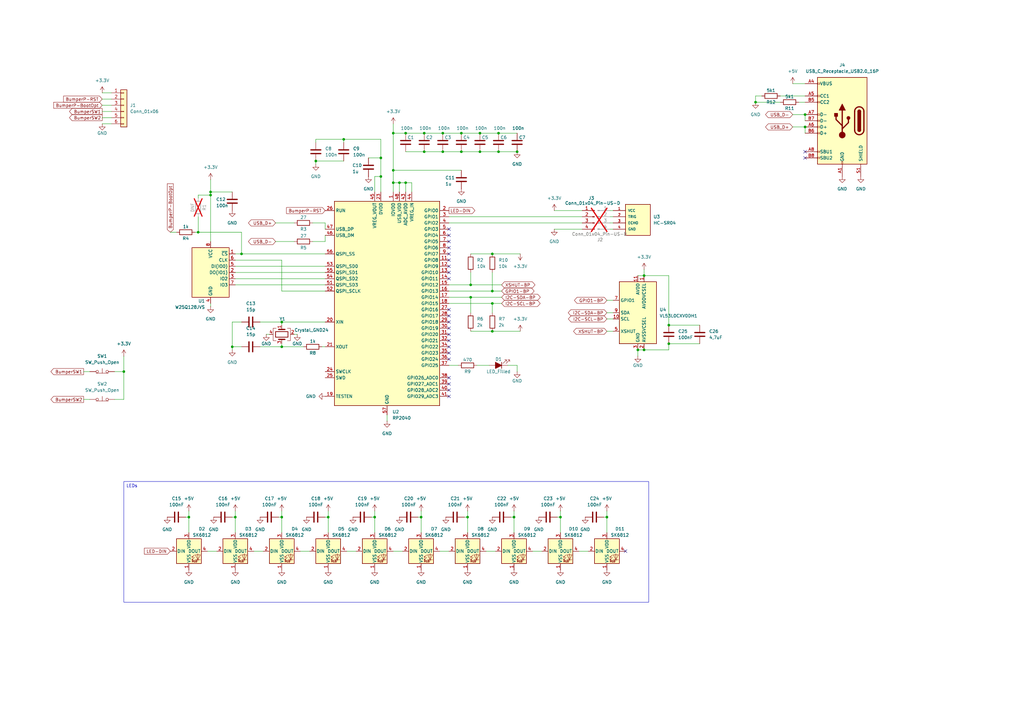
<source format=kicad_sch>
(kicad_sch
	(version 20231120)
	(generator "eeschema")
	(generator_version "8.0")
	(uuid "36d92946-971c-4240-b54e-9e2d07948ff2")
	(paper "A3")
	
	(junction
		(at 309.88 41.91)
		(diameter 0)
		(color 0 0 0 0)
		(uuid "05547058-b17b-487f-b8f5-ce52e4db0a1f")
	)
	(junction
		(at 204.47 62.23)
		(diameter 0)
		(color 0 0 0 0)
		(uuid "0d5157b0-5cb3-4ad8-bc2d-e990c3a903ae")
	)
	(junction
		(at 191.77 212.09)
		(diameter 0)
		(color 0 0 0 0)
		(uuid "155b40e2-7fee-4cf7-8066-7beee158877a")
	)
	(junction
		(at 96.52 212.09)
		(diameter 0)
		(color 0 0 0 0)
		(uuid "18aad7ed-48d6-4edc-ada4-5c39c227acc6")
	)
	(junction
		(at 201.93 124.46)
		(diameter 0)
		(color 0 0 0 0)
		(uuid "237af565-1ad1-4128-8188-8dcb54148b3a")
	)
	(junction
		(at 99.06 104.14)
		(diameter 0)
		(color 0 0 0 0)
		(uuid "29c4d65c-c01a-4196-8257-65c957c671eb")
	)
	(junction
		(at 115.57 142.24)
		(diameter 0)
		(color 0 0 0 0)
		(uuid "2e24d5da-9d91-41a7-89ab-b485aeb05e8b")
	)
	(junction
		(at 210.82 212.09)
		(diameter 0)
		(color 0 0 0 0)
		(uuid "3452e02f-fea0-4633-bf76-565c5301ed5d")
	)
	(junction
		(at 189.23 54.61)
		(diameter 0)
		(color 0 0 0 0)
		(uuid "373e636b-3150-4359-90d5-42b1578ad063")
	)
	(junction
		(at 330.2 46.99)
		(diameter 0)
		(color 0 0 0 0)
		(uuid "3f956a00-5e1c-493d-921c-197391f8aea1")
	)
	(junction
		(at 264.16 143.51)
		(diameter 0)
		(color 0 0 0 0)
		(uuid "457ea03b-8e32-45d1-b08b-1505e788b996")
	)
	(junction
		(at 134.62 212.09)
		(diameter 0)
		(color 0 0 0 0)
		(uuid "5099913d-0698-4ed2-8c3a-cbb53de597eb")
	)
	(junction
		(at 161.29 54.61)
		(diameter 0)
		(color 0 0 0 0)
		(uuid "5ec0ba31-19ea-4a50-a4da-90f72d98a8ef")
	)
	(junction
		(at 156.21 72.39)
		(diameter 0)
		(color 0 0 0 0)
		(uuid "60727940-518b-4ee4-adbe-1b1367911cb3")
	)
	(junction
		(at 81.28 95.25)
		(diameter 0)
		(color 0 0 0 0)
		(uuid "6470e56f-23d1-41cf-86fd-d536c9b501de")
	)
	(junction
		(at 173.99 54.61)
		(diameter 0)
		(color 0 0 0 0)
		(uuid "681d2666-eb46-4aa1-9a0c-0267eaf81693")
	)
	(junction
		(at 204.47 54.61)
		(diameter 0)
		(color 0 0 0 0)
		(uuid "69ed047b-4a4c-48b3-b2ab-ab7f94c777a1")
	)
	(junction
		(at 181.61 54.61)
		(diameter 0)
		(color 0 0 0 0)
		(uuid "6aaf50ab-21b7-49c6-9dde-fa9a1f58f806")
	)
	(junction
		(at 166.37 74.93)
		(diameter 0)
		(color 0 0 0 0)
		(uuid "6c380d06-547f-4f64-bf13-6b8851488454")
	)
	(junction
		(at 77.47 212.09)
		(diameter 0)
		(color 0 0 0 0)
		(uuid "6cef376d-d80d-4368-8fc1-cf5f05c1467f")
	)
	(junction
		(at 248.92 212.09)
		(diameter 0)
		(color 0 0 0 0)
		(uuid "70f665c3-30fa-411a-98fe-977c3c839312")
	)
	(junction
		(at 153.67 212.09)
		(diameter 0)
		(color 0 0 0 0)
		(uuid "72628340-bb8e-42da-8f46-5b7a11d1636f")
	)
	(junction
		(at 196.85 62.23)
		(diameter 0)
		(color 0 0 0 0)
		(uuid "74b2f249-6715-4bbb-b3ef-4bb0a52b2e25")
	)
	(junction
		(at 201.93 104.14)
		(diameter 0)
		(color 0 0 0 0)
		(uuid "7f3c468a-6808-462d-aeb2-284e47eb9ccf")
	)
	(junction
		(at 181.61 62.23)
		(diameter 0)
		(color 0 0 0 0)
		(uuid "804302c3-abbd-4e6e-a907-0d5fdaa437cf")
	)
	(junction
		(at 330.2 52.07)
		(diameter 0)
		(color 0 0 0 0)
		(uuid "85468f7d-1bc3-4e8f-b943-31afc36d2415")
	)
	(junction
		(at 140.97 57.15)
		(diameter 0)
		(color 0 0 0 0)
		(uuid "86df0b20-c4e8-4c22-8a39-e4aa7197bf69")
	)
	(junction
		(at 115.57 132.08)
		(diameter 0)
		(color 0 0 0 0)
		(uuid "990c2c26-5523-437f-b4dc-6e934dda55da")
	)
	(junction
		(at 86.36 78.74)
		(diameter 0)
		(color 0 0 0 0)
		(uuid "99180c36-f9aa-449e-8cdc-c72acab0bdb2")
	)
	(junction
		(at 163.83 74.93)
		(diameter 0)
		(color 0 0 0 0)
		(uuid "9dc5926c-16d3-44d2-adfb-4985271da647")
	)
	(junction
		(at 161.29 69.85)
		(diameter 0)
		(color 0 0 0 0)
		(uuid "a198580f-94fa-4b61-a67c-77f0265129fa")
	)
	(junction
		(at 201.93 135.89)
		(diameter 0)
		(color 0 0 0 0)
		(uuid "a7bccdfb-f5d5-44c3-86a2-6114dbee4ab9")
	)
	(junction
		(at 193.04 121.92)
		(diameter 0)
		(color 0 0 0 0)
		(uuid "a84a6c11-af81-4707-bfae-797a21513b9b")
	)
	(junction
		(at 166.37 54.61)
		(diameter 0)
		(color 0 0 0 0)
		(uuid "aa79f17b-bede-49e3-8d07-3496baa39550")
	)
	(junction
		(at 193.04 116.84)
		(diameter 0)
		(color 0 0 0 0)
		(uuid "b0894164-40d4-4f02-8e18-4b5b9455b8d2")
	)
	(junction
		(at 274.32 133.35)
		(diameter 0)
		(color 0 0 0 0)
		(uuid "b12b0b7f-8386-48c5-a07e-e87f451a2a43")
	)
	(junction
		(at 212.09 62.23)
		(diameter 0)
		(color 0 0 0 0)
		(uuid "b2c1347b-0b43-41cb-b38e-11d97955289f")
	)
	(junction
		(at 50.8 152.4)
		(diameter 0)
		(color 0 0 0 0)
		(uuid "b3aa5f87-cfd9-436d-af32-ac0cf9705319")
	)
	(junction
		(at 95.25 142.24)
		(diameter 0)
		(color 0 0 0 0)
		(uuid "c55bb032-2f5a-4647-a91e-97618ae3349b")
	)
	(junction
		(at 156.21 64.77)
		(diameter 0)
		(color 0 0 0 0)
		(uuid "cd425256-cc0d-4ee4-af73-f5b9fb1e4400")
	)
	(junction
		(at 129.54 66.04)
		(diameter 0)
		(color 0 0 0 0)
		(uuid "ce0295f1-aaed-4565-896f-64b71e41c603")
	)
	(junction
		(at 173.99 62.23)
		(diameter 0)
		(color 0 0 0 0)
		(uuid "ceacc698-2d3a-4557-91f7-45f5050ee423")
	)
	(junction
		(at 172.72 212.09)
		(diameter 0)
		(color 0 0 0 0)
		(uuid "d2c6e9bc-9f02-4731-915a-e64b34a08eb9")
	)
	(junction
		(at 161.29 74.93)
		(diameter 0)
		(color 0 0 0 0)
		(uuid "d2dacbbd-5608-4ca7-8388-243f259d6356")
	)
	(junction
		(at 196.85 54.61)
		(diameter 0)
		(color 0 0 0 0)
		(uuid "dc55563a-ad27-42aa-86a0-2b25bb23a3f0")
	)
	(junction
		(at 264.16 113.03)
		(diameter 0)
		(color 0 0 0 0)
		(uuid "de8a77b6-20fd-47f6-b4c7-c0a4cacef1e9")
	)
	(junction
		(at 115.57 212.09)
		(diameter 0)
		(color 0 0 0 0)
		(uuid "e5a06619-4bd2-443f-b991-0444b334153d")
	)
	(junction
		(at 261.62 143.51)
		(diameter 0)
		(color 0 0 0 0)
		(uuid "e864929b-dd44-45c3-a978-3a99dc30dc9c")
	)
	(junction
		(at 86.36 80.01)
		(diameter 0)
		(color 0 0 0 0)
		(uuid "ed185471-acf8-4713-bacc-aef90463ee10")
	)
	(junction
		(at 189.23 62.23)
		(diameter 0)
		(color 0 0 0 0)
		(uuid "ee6af4b8-3260-41bb-830a-2eaf1613c88b")
	)
	(junction
		(at 201.93 119.38)
		(diameter 0)
		(color 0 0 0 0)
		(uuid "f348b6f8-45ca-4edc-9410-d7bcfd7dbbac")
	)
	(junction
		(at 229.87 212.09)
		(diameter 0)
		(color 0 0 0 0)
		(uuid "f671bddb-f956-4c32-ab24-c19f7aaae103")
	)
	(junction
		(at 274.32 140.97)
		(diameter 0)
		(color 0 0 0 0)
		(uuid "f7b5a3fc-01f5-4cfa-95b1-c0d8a58aac05")
	)
	(no_connect
		(at 184.15 137.16)
		(uuid "10854128-7090-406c-9a51-757b4f793d03")
	)
	(no_connect
		(at 184.15 144.78)
		(uuid "1e2b1488-a251-42eb-bc0c-63a489337d75")
	)
	(no_connect
		(at 330.2 64.77)
		(uuid "24dc4173-d651-4092-934d-66a5dd6674b2")
	)
	(no_connect
		(at 330.2 62.23)
		(uuid "2fe3d592-a37b-4bdb-b469-6ffaf5b641ef")
	)
	(no_connect
		(at 184.15 134.62)
		(uuid "34cb4ea9-4e63-4805-9dae-bb003a77ad5a")
	)
	(no_connect
		(at 184.15 109.22)
		(uuid "44660289-916d-494a-b1db-726c6b5767cb")
	)
	(no_connect
		(at 184.15 93.98)
		(uuid "51c59c60-f767-4a5a-bfc9-c86336888cb1")
	)
	(no_connect
		(at 184.15 99.06)
		(uuid "51e61c5c-113d-4437-a41d-b81c3f48933f")
	)
	(no_connect
		(at 184.15 154.94)
		(uuid "55df10cd-711a-432f-bdbb-ce16f05f05a7")
	)
	(no_connect
		(at 184.15 132.08)
		(uuid "59ff455b-37ee-44d6-a3f7-4fb3da3a0753")
	)
	(no_connect
		(at 184.15 104.14)
		(uuid "6987fed2-f4d1-4fed-867a-87bf87470c23")
	)
	(no_connect
		(at 184.15 147.32)
		(uuid "6aedc5d7-029a-432e-a0e7-48b7abee7e33")
	)
	(no_connect
		(at 256.54 226.06)
		(uuid "7047142e-7dff-4984-adc1-55570150dbfc")
	)
	(no_connect
		(at 184.15 101.6)
		(uuid "782ec9ff-aa51-4141-9a84-cd26c6b5e813")
	)
	(no_connect
		(at 184.15 96.52)
		(uuid "80fac841-00e9-4ed5-bc26-4c6591235396")
	)
	(no_connect
		(at 184.15 129.54)
		(uuid "8c88925d-387d-4f73-a716-bb6fa24dda4b")
	)
	(no_connect
		(at 184.15 162.56)
		(uuid "94f6ceaa-a4d2-45e8-830a-38efd12afea0")
	)
	(no_connect
		(at 184.15 139.7)
		(uuid "a0bd840e-e3f4-4814-9b1b-76c125870a23")
	)
	(no_connect
		(at 184.15 160.02)
		(uuid "b45cb144-d9f8-486c-abbf-6f8acd20f5c6")
	)
	(no_connect
		(at 184.15 106.68)
		(uuid "cef532fa-5a29-4449-a76a-74c15d37f1fd")
	)
	(no_connect
		(at 184.15 111.76)
		(uuid "d2764cfd-71c4-4262-a278-b3ee5244c04a")
	)
	(no_connect
		(at 184.15 127)
		(uuid "d435f1cb-dd6f-4f90-b7ce-75552b195acb")
	)
	(no_connect
		(at 184.15 114.3)
		(uuid "eefb1065-67f0-40d3-9b52-69bdaab64f73")
	)
	(no_connect
		(at 184.15 142.24)
		(uuid "f58e423d-bcdf-41e8-af1b-066f09d8ad1f")
	)
	(no_connect
		(at 184.15 157.48)
		(uuid "febe34b7-e5e5-4d84-8f41-d38a890a8304")
	)
	(wire
		(pts
			(xy 161.29 69.85) (xy 189.23 69.85)
		)
		(stroke
			(width 0)
			(type default)
		)
		(uuid "006c65e9-48a4-47fb-ae88-bd36c6584eb7")
	)
	(wire
		(pts
			(xy 115.57 212.09) (xy 115.57 218.44)
		)
		(stroke
			(width 0)
			(type default)
		)
		(uuid "00788610-013f-42f8-ae42-f9588e2edeb0")
	)
	(wire
		(pts
			(xy 204.47 54.61) (xy 212.09 54.61)
		)
		(stroke
			(width 0)
			(type default)
		)
		(uuid "0144ea31-2344-4776-8423-34c41755d55f")
	)
	(wire
		(pts
			(xy 250.19 88.9) (xy 251.46 88.9)
		)
		(stroke
			(width 0)
			(type default)
		)
		(uuid "017c2053-2589-409e-91ce-33031fd8d271")
	)
	(wire
		(pts
			(xy 104.14 226.06) (xy 107.95 226.06)
		)
		(stroke
			(width 0)
			(type default)
		)
		(uuid "02b92b2d-93f2-4e63-8782-2905763fb33f")
	)
	(wire
		(pts
			(xy 204.47 62.23) (xy 212.09 62.23)
		)
		(stroke
			(width 0)
			(type default)
		)
		(uuid "02e61c8f-aa99-4708-92c1-b3e46c62be8d")
	)
	(wire
		(pts
			(xy 123.19 226.06) (xy 127 226.06)
		)
		(stroke
			(width 0)
			(type default)
		)
		(uuid "03fee13d-5e61-4163-9235-31c85ab3587f")
	)
	(wire
		(pts
			(xy 106.68 132.08) (xy 115.57 132.08)
		)
		(stroke
			(width 0)
			(type default)
		)
		(uuid "086ce7cb-a868-4e99-a13c-1b3cefceca5e")
	)
	(wire
		(pts
			(xy 184.15 88.9) (xy 238.76 88.9)
		)
		(stroke
			(width 0)
			(type default)
		)
		(uuid "0e9c89f8-fe1b-4f50-ba32-7db48e5190d5")
	)
	(wire
		(pts
			(xy 99.06 104.14) (xy 133.35 104.14)
		)
		(stroke
			(width 0)
			(type default)
		)
		(uuid "0ec87c70-6a0a-4c23-8e11-daf75513eb1b")
	)
	(wire
		(pts
			(xy 250.19 91.44) (xy 251.46 91.44)
		)
		(stroke
			(width 0)
			(type default)
		)
		(uuid "0fd488ef-2e4a-42c1-a3e8-c0741c3a18aa")
	)
	(wire
		(pts
			(xy 114.3 212.09) (xy 115.57 212.09)
		)
		(stroke
			(width 0)
			(type default)
		)
		(uuid "100af7de-26b2-4b35-a7c9-c41089514002")
	)
	(wire
		(pts
			(xy 96.52 209.55) (xy 96.52 212.09)
		)
		(stroke
			(width 0)
			(type default)
		)
		(uuid "15266eec-32a5-4f54-a511-548475134b76")
	)
	(wire
		(pts
			(xy 201.93 124.46) (xy 201.93 128.27)
		)
		(stroke
			(width 0)
			(type default)
		)
		(uuid "154d665e-c77c-47f3-bb91-ba3769e04478")
	)
	(wire
		(pts
			(xy 309.88 39.37) (xy 309.88 41.91)
		)
		(stroke
			(width 0)
			(type default)
		)
		(uuid "156e934c-0784-43ee-90f5-d8ac54152532")
	)
	(wire
		(pts
			(xy 77.47 212.09) (xy 77.47 218.44)
		)
		(stroke
			(width 0)
			(type default)
		)
		(uuid "1722e972-d0de-4b99-936a-6573a3489d3c")
	)
	(wire
		(pts
			(xy 201.93 124.46) (xy 205.74 124.46)
		)
		(stroke
			(width 0)
			(type default)
		)
		(uuid "18299a4d-0b1c-446b-b1a3-d9a1a5c381f4")
	)
	(wire
		(pts
			(xy 109.22 137.16) (xy 110.49 137.16)
		)
		(stroke
			(width 0)
			(type default)
		)
		(uuid "19773223-4951-4c92-92ba-52f4bd00da93")
	)
	(wire
		(pts
			(xy 173.99 54.61) (xy 181.61 54.61)
		)
		(stroke
			(width 0)
			(type default)
		)
		(uuid "19bb7c13-8e0d-415b-b4b2-58c80dc6576a")
	)
	(wire
		(pts
			(xy 166.37 78.74) (xy 166.37 74.93)
		)
		(stroke
			(width 0)
			(type default)
		)
		(uuid "1a1a4731-3648-47ee-842b-64a0e04d7311")
	)
	(wire
		(pts
			(xy 153.67 78.74) (xy 153.67 72.39)
		)
		(stroke
			(width 0)
			(type default)
		)
		(uuid "207741e0-0953-4758-99c5-d4bb11402eaf")
	)
	(wire
		(pts
			(xy 115.57 142.24) (xy 115.57 140.97)
		)
		(stroke
			(width 0)
			(type default)
		)
		(uuid "2198fd4f-b1a7-4fd0-a367-b4f30aa73404")
	)
	(wire
		(pts
			(xy 86.36 125.73) (xy 86.36 124.46)
		)
		(stroke
			(width 0)
			(type default)
		)
		(uuid "27808888-435d-4644-b99a-ade865445cb7")
	)
	(wire
		(pts
			(xy 166.37 54.61) (xy 173.99 54.61)
		)
		(stroke
			(width 0)
			(type default)
		)
		(uuid "27ef3c19-8a05-4a62-a755-932aba3d8b32")
	)
	(wire
		(pts
			(xy 69.85 95.25) (xy 72.39 95.25)
		)
		(stroke
			(width 0)
			(type default)
		)
		(uuid "2884f078-da95-4517-a8cf-60e31a929475")
	)
	(wire
		(pts
			(xy 193.04 135.89) (xy 201.93 135.89)
		)
		(stroke
			(width 0)
			(type default)
		)
		(uuid "299b1ab7-03d3-4eac-a340-d6b76c6c01b5")
	)
	(wire
		(pts
			(xy 50.8 146.05) (xy 50.8 152.4)
		)
		(stroke
			(width 0)
			(type default)
		)
		(uuid "2aa694ca-dd9d-4563-bdeb-e9b7da47e8d7")
	)
	(wire
		(pts
			(xy 193.04 116.84) (xy 205.74 116.84)
		)
		(stroke
			(width 0)
			(type default)
		)
		(uuid "3115a284-9fbc-47d0-b318-f06e9da117e2")
	)
	(wire
		(pts
			(xy 156.21 64.77) (xy 156.21 72.39)
		)
		(stroke
			(width 0)
			(type default)
		)
		(uuid "3359c808-629a-4b5d-b114-bc08342fe9ac")
	)
	(wire
		(pts
			(xy 196.85 54.61) (xy 204.47 54.61)
		)
		(stroke
			(width 0)
			(type default)
		)
		(uuid "3569e052-3f56-4523-af89-af34ea750ca6")
	)
	(wire
		(pts
			(xy 172.72 212.09) (xy 172.72 218.44)
		)
		(stroke
			(width 0)
			(type default)
		)
		(uuid "3575c365-085b-479e-8375-6b2baf78fbcd")
	)
	(wire
		(pts
			(xy 201.93 135.89) (xy 213.36 135.89)
		)
		(stroke
			(width 0)
			(type default)
		)
		(uuid "35c9b20a-560b-467d-b311-b616e146ade0")
	)
	(wire
		(pts
			(xy 41.91 48.26) (xy 45.72 48.26)
		)
		(stroke
			(width 0)
			(type default)
		)
		(uuid "384d9d26-054e-400f-b0de-ee6f9ecf9209")
	)
	(wire
		(pts
			(xy 325.12 46.99) (xy 330.2 46.99)
		)
		(stroke
			(width 0)
			(type default)
		)
		(uuid "3982f012-9b84-4a39-af9a-0992c56be671")
	)
	(wire
		(pts
			(xy 115.57 209.55) (xy 115.57 212.09)
		)
		(stroke
			(width 0)
			(type default)
		)
		(uuid "3ba9fa01-f76d-4afc-81c7-012d3bec282e")
	)
	(wire
		(pts
			(xy 133.35 91.44) (xy 128.27 91.44)
		)
		(stroke
			(width 0)
			(type default)
		)
		(uuid "3d74043e-c32d-4181-aad3-c14074ff367f")
	)
	(wire
		(pts
			(xy 96.52 111.76) (xy 133.35 111.76)
		)
		(stroke
			(width 0)
			(type default)
		)
		(uuid "40525853-1ab7-4554-8abf-e5993e0cebb3")
	)
	(wire
		(pts
			(xy 325.12 52.07) (xy 330.2 52.07)
		)
		(stroke
			(width 0)
			(type default)
		)
		(uuid "43d663e2-4e75-4ee6-a40d-707406be134a")
	)
	(wire
		(pts
			(xy 274.32 133.35) (xy 274.32 113.03)
		)
		(stroke
			(width 0)
			(type default)
		)
		(uuid "4453fddb-8d4e-49fd-bc1e-f663360e0b8d")
	)
	(wire
		(pts
			(xy 163.83 78.74) (xy 163.83 74.93)
		)
		(stroke
			(width 0)
			(type default)
		)
		(uuid "4497a75b-c46c-42d1-8139-9e64d11759aa")
	)
	(wire
		(pts
			(xy 187.96 149.86) (xy 184.15 149.86)
		)
		(stroke
			(width 0)
			(type default)
		)
		(uuid "464f5d48-cf77-41ed-993e-0e3ace194a70")
	)
	(wire
		(pts
			(xy 134.62 212.09) (xy 134.62 218.44)
		)
		(stroke
			(width 0)
			(type default)
		)
		(uuid "46ad53c0-3ba2-4e53-82c4-e0b64524f5f5")
	)
	(wire
		(pts
			(xy 81.28 95.25) (xy 99.06 95.25)
		)
		(stroke
			(width 0)
			(type default)
		)
		(uuid "4bbf4983-4c40-44f3-8f08-2e2efac56839")
	)
	(wire
		(pts
			(xy 99.06 104.14) (xy 99.06 95.25)
		)
		(stroke
			(width 0)
			(type default)
		)
		(uuid "5078490b-0577-4b74-a828-81b760a746fc")
	)
	(wire
		(pts
			(xy 189.23 54.61) (xy 196.85 54.61)
		)
		(stroke
			(width 0)
			(type default)
		)
		(uuid "510249d0-9e21-4ef1-a857-f29b4e782415")
	)
	(wire
		(pts
			(xy 96.52 106.68) (xy 115.57 106.68)
		)
		(stroke
			(width 0)
			(type default)
		)
		(uuid "51675858-6feb-4d1c-99f7-5e73af2384e2")
	)
	(wire
		(pts
			(xy 191.77 212.09) (xy 191.77 218.44)
		)
		(stroke
			(width 0)
			(type default)
		)
		(uuid "529dd28c-e77a-4a98-ab52-78c3096e9657")
	)
	(wire
		(pts
			(xy 156.21 57.15) (xy 156.21 64.77)
		)
		(stroke
			(width 0)
			(type default)
		)
		(uuid "53b4fe10-c073-4b83-a557-38a4248a55c6")
	)
	(wire
		(pts
			(xy 201.93 111.76) (xy 201.93 119.38)
		)
		(stroke
			(width 0)
			(type default)
		)
		(uuid "5683316b-1ecf-4aec-9e0e-3ed576561288")
	)
	(wire
		(pts
			(xy 133.35 212.09) (xy 134.62 212.09)
		)
		(stroke
			(width 0)
			(type default)
		)
		(uuid "576918c6-635a-46fe-97d6-4b0927021424")
	)
	(wire
		(pts
			(xy 212.09 149.86) (xy 208.28 149.86)
		)
		(stroke
			(width 0)
			(type default)
		)
		(uuid "586c083f-0aa8-4eb7-9a95-02a4242dffd3")
	)
	(wire
		(pts
			(xy 248.92 209.55) (xy 248.92 212.09)
		)
		(stroke
			(width 0)
			(type default)
		)
		(uuid "588394fe-4eea-4add-981a-de2b087f6971")
	)
	(wire
		(pts
			(xy 86.36 80.01) (xy 86.36 99.06)
		)
		(stroke
			(width 0)
			(type default)
		)
		(uuid "5b8f24b4-2bd8-4bb0-ab3d-a995fe395946")
	)
	(wire
		(pts
			(xy 41.91 43.18) (xy 45.72 43.18)
		)
		(stroke
			(width 0)
			(type default)
		)
		(uuid "5ed80c45-9f67-45af-bef5-fd5d1b91af28")
	)
	(wire
		(pts
			(xy 201.93 104.14) (xy 213.36 104.14)
		)
		(stroke
			(width 0)
			(type default)
		)
		(uuid "613c430e-c4d3-4b60-940f-58c8521b0652")
	)
	(wire
		(pts
			(xy 261.62 143.51) (xy 264.16 143.51)
		)
		(stroke
			(width 0)
			(type default)
		)
		(uuid "63260bef-1ab0-4854-887a-6bca7ffddca6")
	)
	(wire
		(pts
			(xy 250.19 86.36) (xy 251.46 86.36)
		)
		(stroke
			(width 0)
			(type default)
		)
		(uuid "63d8351f-9380-4276-9206-44a5272eb72f")
	)
	(wire
		(pts
			(xy 41.91 45.72) (xy 45.72 45.72)
		)
		(stroke
			(width 0)
			(type default)
		)
		(uuid "640c726f-469f-45b9-96c7-c978508e1f00")
	)
	(wire
		(pts
			(xy 312.42 39.37) (xy 309.88 39.37)
		)
		(stroke
			(width 0)
			(type default)
		)
		(uuid "66e1d751-46c6-49b2-8488-ef610da41731")
	)
	(wire
		(pts
			(xy 320.04 39.37) (xy 330.2 39.37)
		)
		(stroke
			(width 0)
			(type default)
		)
		(uuid "67c423d6-cc69-4fa9-9c05-04576a597339")
	)
	(wire
		(pts
			(xy 34.29 152.4) (xy 36.83 152.4)
		)
		(stroke
			(width 0)
			(type default)
		)
		(uuid "67d2ad9d-7f5f-45ca-b287-6ffa709712ed")
	)
	(wire
		(pts
			(xy 184.15 91.44) (xy 238.76 91.44)
		)
		(stroke
			(width 0)
			(type default)
		)
		(uuid "686cdad2-10bf-42e7-a6f4-ec2b5e00f679")
	)
	(wire
		(pts
			(xy 142.24 226.06) (xy 146.05 226.06)
		)
		(stroke
			(width 0)
			(type default)
		)
		(uuid "6871fa9e-5580-4d10-96cc-3b50778465a7")
	)
	(wire
		(pts
			(xy 184.15 119.38) (xy 201.93 119.38)
		)
		(stroke
			(width 0)
			(type default)
		)
		(uuid "6889a132-0b1e-4e8a-8ec0-3207c93ae6f2")
	)
	(wire
		(pts
			(xy 195.58 149.86) (xy 200.66 149.86)
		)
		(stroke
			(width 0)
			(type default)
		)
		(uuid "6999fd3a-c546-4f13-a05f-1e2f26e33b76")
	)
	(wire
		(pts
			(xy 140.97 57.15) (xy 156.21 57.15)
		)
		(stroke
			(width 0)
			(type default)
		)
		(uuid "69f649ad-ba5d-4167-ade6-a94bb9ef2ae1")
	)
	(wire
		(pts
			(xy 41.91 40.64) (xy 45.72 40.64)
		)
		(stroke
			(width 0)
			(type default)
		)
		(uuid "70116a38-a960-4c5d-a659-555e24d34af8")
	)
	(wire
		(pts
			(xy 261.62 143.51) (xy 261.62 146.05)
		)
		(stroke
			(width 0)
			(type default)
		)
		(uuid "70cb56cf-8d3d-4527-bcc1-2e307aa93228")
	)
	(wire
		(pts
			(xy 237.49 226.06) (xy 241.3 226.06)
		)
		(stroke
			(width 0)
			(type default)
		)
		(uuid "70e29546-7d05-4bb2-9740-cba8b817b92a")
	)
	(wire
		(pts
			(xy 309.88 41.91) (xy 320.04 41.91)
		)
		(stroke
			(width 0)
			(type default)
		)
		(uuid "724e8bd3-f60a-4a59-95c5-7f68e4fd71ea")
	)
	(wire
		(pts
			(xy 50.8 152.4) (xy 46.99 152.4)
		)
		(stroke
			(width 0)
			(type default)
		)
		(uuid "73ed47a9-fef5-47af-9e5b-2e3ae78f476c")
	)
	(wire
		(pts
			(xy 168.91 74.93) (xy 166.37 74.93)
		)
		(stroke
			(width 0)
			(type default)
		)
		(uuid "742acf69-a77d-4140-9bd1-1b38a11e2905")
	)
	(wire
		(pts
			(xy 166.37 74.93) (xy 163.83 74.93)
		)
		(stroke
			(width 0)
			(type default)
		)
		(uuid "75307549-ce41-4da7-a77f-1561ae996651")
	)
	(wire
		(pts
			(xy 228.6 212.09) (xy 229.87 212.09)
		)
		(stroke
			(width 0)
			(type default)
		)
		(uuid "766ed0a6-b0b6-4b5a-86f1-c4ca44f0e08b")
	)
	(wire
		(pts
			(xy 161.29 69.85) (xy 161.29 74.93)
		)
		(stroke
			(width 0)
			(type default)
		)
		(uuid "77d2b16a-4dac-475e-b18b-8c406cf45969")
	)
	(wire
		(pts
			(xy 50.8 163.83) (xy 46.99 163.83)
		)
		(stroke
			(width 0)
			(type default)
		)
		(uuid "77dcae48-e698-4f96-8562-73ae74c5b2e4")
	)
	(wire
		(pts
			(xy 181.61 54.61) (xy 189.23 54.61)
		)
		(stroke
			(width 0)
			(type default)
		)
		(uuid "7c30d304-39fe-435e-b421-3f1dad53b86f")
	)
	(wire
		(pts
			(xy 327.66 41.91) (xy 330.2 41.91)
		)
		(stroke
			(width 0)
			(type default)
		)
		(uuid "7c8916e5-cec2-4188-8f24-444a7f00b87c")
	)
	(wire
		(pts
			(xy 106.68 142.24) (xy 115.57 142.24)
		)
		(stroke
			(width 0)
			(type default)
		)
		(uuid "7e3b124b-df48-4bb2-95bd-ba5ca12d5865")
	)
	(wire
		(pts
			(xy 201.93 119.38) (xy 205.74 119.38)
		)
		(stroke
			(width 0)
			(type default)
		)
		(uuid "82492019-fcf7-4c42-b10e-e7da87a8f68d")
	)
	(wire
		(pts
			(xy 95.25 142.24) (xy 95.25 143.51)
		)
		(stroke
			(width 0)
			(type default)
		)
		(uuid "83bfbbb5-9d82-4364-9e9a-ff350b948d98")
	)
	(wire
		(pts
			(xy 247.65 212.09) (xy 248.92 212.09)
		)
		(stroke
			(width 0)
			(type default)
		)
		(uuid "8486a921-129e-47a3-bf70-27c7ffc410d7")
	)
	(wire
		(pts
			(xy 274.32 143.51) (xy 274.32 140.97)
		)
		(stroke
			(width 0)
			(type default)
		)
		(uuid "866db786-c253-4190-928c-8554d6de4494")
	)
	(wire
		(pts
			(xy 128.27 99.06) (xy 133.35 99.06)
		)
		(stroke
			(width 0)
			(type default)
		)
		(uuid "86bd57ce-b08f-4e25-8102-c26e7d71b8dc")
	)
	(wire
		(pts
			(xy 248.92 130.81) (xy 251.46 130.81)
		)
		(stroke
			(width 0)
			(type default)
		)
		(uuid "8a646f47-cfde-4432-90fa-665c7d1b3216")
	)
	(wire
		(pts
			(xy 212.09 152.4) (xy 212.09 149.86)
		)
		(stroke
			(width 0)
			(type default)
		)
		(uuid "8c821447-0b7e-45e2-a79c-b7c71849f7d0")
	)
	(wire
		(pts
			(xy 210.82 212.09) (xy 210.82 218.44)
		)
		(stroke
			(width 0)
			(type default)
		)
		(uuid "8dcaa11c-e67d-4c2a-901a-2e7c33307007")
	)
	(wire
		(pts
			(xy 325.12 34.29) (xy 330.2 34.29)
		)
		(stroke
			(width 0)
			(type default)
		)
		(uuid "8edd1854-a78b-490c-a40e-3e4bb7c2ad40")
	)
	(wire
		(pts
			(xy 152.4 212.09) (xy 153.67 212.09)
		)
		(stroke
			(width 0)
			(type default)
		)
		(uuid "91975361-7dd8-426e-987e-9e52e39bac3a")
	)
	(wire
		(pts
			(xy 95.25 142.24) (xy 99.06 142.24)
		)
		(stroke
			(width 0)
			(type default)
		)
		(uuid "9563aaa0-d21f-4670-8e8e-e0e6953e8db3")
	)
	(wire
		(pts
			(xy 227.33 93.98) (xy 238.76 93.98)
		)
		(stroke
			(width 0)
			(type default)
		)
		(uuid "958c849c-7f29-4250-9f3a-06ac65f80462")
	)
	(wire
		(pts
			(xy 274.32 133.35) (xy 287.02 133.35)
		)
		(stroke
			(width 0)
			(type default)
		)
		(uuid "9833f083-4ccc-4efd-bb73-115fa1a56d92")
	)
	(wire
		(pts
			(xy 261.62 113.03) (xy 264.16 113.03)
		)
		(stroke
			(width 0)
			(type default)
		)
		(uuid "98b577a4-bc9a-4244-8681-75c99a597bf8")
	)
	(wire
		(pts
			(xy 229.87 209.55) (xy 229.87 212.09)
		)
		(stroke
			(width 0)
			(type default)
		)
		(uuid "9ce61868-5e16-4e04-b16d-7c1b003b66cb")
	)
	(wire
		(pts
			(xy 95.25 212.09) (xy 96.52 212.09)
		)
		(stroke
			(width 0)
			(type default)
		)
		(uuid "9d617314-a713-467b-b593-bc9503dfac75")
	)
	(wire
		(pts
			(xy 168.91 78.74) (xy 168.91 74.93)
		)
		(stroke
			(width 0)
			(type default)
		)
		(uuid "9e12b026-434b-40a3-8d64-b4f2a5883c65")
	)
	(wire
		(pts
			(xy 50.8 152.4) (xy 50.8 163.83)
		)
		(stroke
			(width 0)
			(type default)
		)
		(uuid "9eb02b81-ab04-4f60-b510-823dc22af710")
	)
	(wire
		(pts
			(xy 248.92 128.27) (xy 251.46 128.27)
		)
		(stroke
			(width 0)
			(type default)
		)
		(uuid "9f316a7b-2acf-409a-8e31-bf51afb11aa8")
	)
	(wire
		(pts
			(xy 193.04 104.14) (xy 201.93 104.14)
		)
		(stroke
			(width 0)
			(type default)
		)
		(uuid "a099248b-1180-4942-b38a-726a54bbaff7")
	)
	(wire
		(pts
			(xy 196.85 62.23) (xy 204.47 62.23)
		)
		(stroke
			(width 0)
			(type default)
		)
		(uuid "a124f802-e26b-4868-b679-c7aea208db30")
	)
	(wire
		(pts
			(xy 81.28 88.9) (xy 81.28 95.25)
		)
		(stroke
			(width 0)
			(type default)
		)
		(uuid "a2827451-6465-4106-b1af-17e4097e3c9a")
	)
	(wire
		(pts
			(xy 96.52 212.09) (xy 96.52 218.44)
		)
		(stroke
			(width 0)
			(type default)
		)
		(uuid "a2aaba8c-4589-44b6-b1a0-db075dcb0298")
	)
	(wire
		(pts
			(xy 86.36 78.74) (xy 86.36 80.01)
		)
		(stroke
			(width 0)
			(type default)
		)
		(uuid "a5d3b577-6bd0-49ab-9b83-21ab1e57581b")
	)
	(wire
		(pts
			(xy 166.37 62.23) (xy 173.99 62.23)
		)
		(stroke
			(width 0)
			(type default)
		)
		(uuid "a5eabeac-88c7-462b-9887-462c485574c5")
	)
	(wire
		(pts
			(xy 86.36 73.66) (xy 86.36 78.74)
		)
		(stroke
			(width 0)
			(type default)
		)
		(uuid "aa9046c9-b7ff-4613-8690-cdc102988009")
	)
	(wire
		(pts
			(xy 115.57 119.38) (xy 115.57 106.68)
		)
		(stroke
			(width 0)
			(type default)
		)
		(uuid "ac047cd3-a4ef-4fbb-b81a-d83ac8f54d7d")
	)
	(wire
		(pts
			(xy 248.92 123.19) (xy 251.46 123.19)
		)
		(stroke
			(width 0)
			(type default)
		)
		(uuid "ac8d0c62-8da3-4fb0-92d7-8610e42ba7c6")
	)
	(wire
		(pts
			(xy 158.75 172.72) (xy 158.75 170.18)
		)
		(stroke
			(width 0)
			(type default)
		)
		(uuid "acc33ea8-9692-4af3-91f1-f7366a2b30eb")
	)
	(wire
		(pts
			(xy 274.32 113.03) (xy 264.16 113.03)
		)
		(stroke
			(width 0)
			(type default)
		)
		(uuid "acf1ce95-72b8-4d0a-aa3e-2eb846be685d")
	)
	(wire
		(pts
			(xy 264.16 143.51) (xy 274.32 143.51)
		)
		(stroke
			(width 0)
			(type default)
		)
		(uuid "adbb2b34-0a94-47fd-9050-e382d3bb7fe5")
	)
	(wire
		(pts
			(xy 330.2 52.07) (xy 330.2 54.61)
		)
		(stroke
			(width 0)
			(type default)
		)
		(uuid "af39abd6-3563-4039-9154-b21059086c88")
	)
	(wire
		(pts
			(xy 191.77 209.55) (xy 191.77 212.09)
		)
		(stroke
			(width 0)
			(type default)
		)
		(uuid "b0e7eb81-bb46-401a-b52a-ccc98df7cdca")
	)
	(wire
		(pts
			(xy 161.29 54.61) (xy 166.37 54.61)
		)
		(stroke
			(width 0)
			(type default)
		)
		(uuid "b1122667-bacb-435b-8597-e6768d64e6d3")
	)
	(wire
		(pts
			(xy 96.52 109.22) (xy 133.35 109.22)
		)
		(stroke
			(width 0)
			(type default)
		)
		(uuid "b2bb1d54-2bec-4fc3-b1f1-0b321cdab2c7")
	)
	(wire
		(pts
			(xy 132.08 142.24) (xy 133.35 142.24)
		)
		(stroke
			(width 0)
			(type default)
		)
		(uuid "b371af03-f8fc-482d-b4b1-6fcbda88d788")
	)
	(wire
		(pts
			(xy 140.97 57.15) (xy 140.97 58.42)
		)
		(stroke
			(width 0)
			(type default)
		)
		(uuid "b372e7eb-01c8-4454-8e06-bb4ca405bfb7")
	)
	(wire
		(pts
			(xy 180.34 226.06) (xy 184.15 226.06)
		)
		(stroke
			(width 0)
			(type default)
		)
		(uuid "b539b318-f6fe-450c-b621-1e60b1c2f7ef")
	)
	(wire
		(pts
			(xy 156.21 72.39) (xy 156.21 78.74)
		)
		(stroke
			(width 0)
			(type default)
		)
		(uuid "b61b2f24-9083-4eb8-b5d5-c854c61af8bd")
	)
	(wire
		(pts
			(xy 129.54 66.04) (xy 140.97 66.04)
		)
		(stroke
			(width 0)
			(type default)
		)
		(uuid "b62a4522-6f7f-4282-8ebf-02340f0c1337")
	)
	(wire
		(pts
			(xy 86.36 80.01) (xy 81.28 80.01)
		)
		(stroke
			(width 0)
			(type default)
		)
		(uuid "b871762f-f183-4320-a162-3d215087d368")
	)
	(wire
		(pts
			(xy 96.52 114.3) (xy 133.35 114.3)
		)
		(stroke
			(width 0)
			(type default)
		)
		(uuid "b914e84d-525b-4e7a-a591-7ec29055a1c1")
	)
	(wire
		(pts
			(xy 153.67 72.39) (xy 156.21 72.39)
		)
		(stroke
			(width 0)
			(type default)
		)
		(uuid "b9fa02ff-b326-4a1d-b9f4-a36c4144e109")
	)
	(wire
		(pts
			(xy 133.35 93.98) (xy 133.35 91.44)
		)
		(stroke
			(width 0)
			(type default)
		)
		(uuid "ba642e68-1768-4909-a79d-f20520e02cef")
	)
	(wire
		(pts
			(xy 129.54 66.04) (xy 129.54 67.31)
		)
		(stroke
			(width 0)
			(type default)
		)
		(uuid "badf2e00-6503-4eb4-a217-9543b7d6d530")
	)
	(wire
		(pts
			(xy 121.92 137.16) (xy 120.65 137.16)
		)
		(stroke
			(width 0)
			(type default)
		)
		(uuid "bb3359f5-864d-4be0-a43d-c987d2e4f2ff")
	)
	(wire
		(pts
			(xy 184.15 124.46) (xy 201.93 124.46)
		)
		(stroke
			(width 0)
			(type default)
		)
		(uuid "bba4a7f0-e25c-4928-a0be-dc8f4eedf09a")
	)
	(wire
		(pts
			(xy 274.32 140.97) (xy 287.02 140.97)
		)
		(stroke
			(width 0)
			(type default)
		)
		(uuid "bbe08d5c-be05-4f02-95d3-936a963107e4")
	)
	(wire
		(pts
			(xy 134.62 209.55) (xy 134.62 212.09)
		)
		(stroke
			(width 0)
			(type default)
		)
		(uuid "bc6c94ee-a73a-4e45-ab99-5cdae83306b7")
	)
	(wire
		(pts
			(xy 77.47 209.55) (xy 77.47 212.09)
		)
		(stroke
			(width 0)
			(type default)
		)
		(uuid "bcbd618f-6ba6-4270-af44-54a000ec86ff")
	)
	(wire
		(pts
			(xy 151.13 64.77) (xy 156.21 64.77)
		)
		(stroke
			(width 0)
			(type default)
		)
		(uuid "be04e285-a614-4ef6-ab86-4e13f385926a")
	)
	(wire
		(pts
			(xy 133.35 132.08) (xy 115.57 132.08)
		)
		(stroke
			(width 0)
			(type default)
		)
		(uuid "be83f4ed-1c3d-4c92-8946-4a2b95c07985")
	)
	(wire
		(pts
			(xy 173.99 62.23) (xy 181.61 62.23)
		)
		(stroke
			(width 0)
			(type default)
		)
		(uuid "bfe9c652-febf-4c55-8d4b-abeb1cb86c53")
	)
	(wire
		(pts
			(xy 190.5 212.09) (xy 191.77 212.09)
		)
		(stroke
			(width 0)
			(type default)
		)
		(uuid "c4ef5511-2743-42dc-af1e-cbb7456e9f02")
	)
	(wire
		(pts
			(xy 330.2 46.99) (xy 330.2 49.53)
		)
		(stroke
			(width 0)
			(type default)
		)
		(uuid "c5c5b626-a443-45ff-8ebe-7b3f3094e217")
	)
	(wire
		(pts
			(xy 153.67 212.09) (xy 153.67 218.44)
		)
		(stroke
			(width 0)
			(type default)
		)
		(uuid "c5cd9a8b-21f4-466f-b779-9ef94f4b0403")
	)
	(wire
		(pts
			(xy 171.45 212.09) (xy 172.72 212.09)
		)
		(stroke
			(width 0)
			(type default)
		)
		(uuid "c62df62c-4b21-4732-b717-1385d9f0a913")
	)
	(wire
		(pts
			(xy 161.29 226.06) (xy 165.1 226.06)
		)
		(stroke
			(width 0)
			(type default)
		)
		(uuid "c7772383-be91-4f53-9e9a-7359ed6a345c")
	)
	(wire
		(pts
			(xy 181.61 62.23) (xy 189.23 62.23)
		)
		(stroke
			(width 0)
			(type default)
		)
		(uuid "c7a3e86c-9a3c-4f26-8798-8bd658efa988")
	)
	(wire
		(pts
			(xy 161.29 50.8) (xy 161.29 54.61)
		)
		(stroke
			(width 0)
			(type default)
		)
		(uuid "c820865f-8ff4-42f7-b165-ceaaff69699f")
	)
	(wire
		(pts
			(xy 41.91 50.8) (xy 45.72 50.8)
		)
		(stroke
			(width 0)
			(type default)
		)
		(uuid "c8e35ea2-ec18-47fe-9cd5-f3c7814b0bd1")
	)
	(wire
		(pts
			(xy 161.29 74.93) (xy 161.29 78.74)
		)
		(stroke
			(width 0)
			(type default)
		)
		(uuid "c8e8a994-5e40-4e47-a8d0-5cf91c77c14b")
	)
	(wire
		(pts
			(xy 115.57 132.08) (xy 115.57 133.35)
		)
		(stroke
			(width 0)
			(type default)
		)
		(uuid "cc0e43d1-9101-4e98-8779-ab80b7227f74")
	)
	(wire
		(pts
			(xy 34.29 163.83) (xy 36.83 163.83)
		)
		(stroke
			(width 0)
			(type default)
		)
		(uuid "d0386019-630b-4158-88ab-b1839f38fa54")
	)
	(wire
		(pts
			(xy 193.04 111.76) (xy 193.04 116.84)
		)
		(stroke
			(width 0)
			(type default)
		)
		(uuid "d093b87b-bb8b-4d7d-8c4f-32d995eccacb")
	)
	(wire
		(pts
			(xy 124.46 142.24) (xy 115.57 142.24)
		)
		(stroke
			(width 0)
			(type default)
		)
		(uuid "d6a997ca-8d06-4ca3-9fc1-152bd15d043c")
	)
	(wire
		(pts
			(xy 99.06 104.14) (xy 96.52 104.14)
		)
		(stroke
			(width 0)
			(type default)
		)
		(uuid "d6e2a001-3fd0-4967-bc36-cdc0485b1602")
	)
	(wire
		(pts
			(xy 193.04 121.92) (xy 193.04 128.27)
		)
		(stroke
			(width 0)
			(type default)
		)
		(uuid "d92f3826-3925-4ecd-ac0b-7c45e455fd2f")
	)
	(wire
		(pts
			(xy 113.03 91.44) (xy 120.65 91.44)
		)
		(stroke
			(width 0)
			(type default)
		)
		(uuid "d9b30f9d-1511-40f4-b225-9a0f251fe6c5")
	)
	(wire
		(pts
			(xy 209.55 212.09) (xy 210.82 212.09)
		)
		(stroke
			(width 0)
			(type default)
		)
		(uuid "db2271e3-0973-407c-8dac-7504faad3153")
	)
	(wire
		(pts
			(xy 250.19 93.98) (xy 251.46 93.98)
		)
		(stroke
			(width 0)
			(type default)
		)
		(uuid "dbd5956a-7b89-4564-9c6f-f5b0cae332ac")
	)
	(wire
		(pts
			(xy 227.33 86.36) (xy 238.76 86.36)
		)
		(stroke
			(width 0)
			(type default)
		)
		(uuid "ddbe4e6a-b544-4837-8c6d-8a32c4cbd289")
	)
	(wire
		(pts
			(xy 41.91 38.1) (xy 45.72 38.1)
		)
		(stroke
			(width 0)
			(type default)
		)
		(uuid "ddcd1287-f273-434b-a79f-e848751c282d")
	)
	(wire
		(pts
			(xy 113.03 99.06) (xy 120.65 99.06)
		)
		(stroke
			(width 0)
			(type default)
		)
		(uuid "e418d8f6-e066-45ed-a3db-e3d8180f7292")
	)
	(wire
		(pts
			(xy 218.44 226.06) (xy 222.25 226.06)
		)
		(stroke
			(width 0)
			(type default)
		)
		(uuid "e4c78f24-d8c2-4504-96bf-919c3d8974e8")
	)
	(wire
		(pts
			(xy 99.06 132.08) (xy 95.25 132.08)
		)
		(stroke
			(width 0)
			(type default)
		)
		(uuid "e51e1e38-d96d-4224-ba02-1761aa9b907d")
	)
	(wire
		(pts
			(xy 76.2 212.09) (xy 77.47 212.09)
		)
		(stroke
			(width 0)
			(type default)
		)
		(uuid "e64528f0-36d2-459e-908b-bf079e207ffe")
	)
	(wire
		(pts
			(xy 80.01 95.25) (xy 81.28 95.25)
		)
		(stroke
			(width 0)
			(type default)
		)
		(uuid "e6d8ddba-2c2d-41d6-b033-ac0d00dc485c")
	)
	(wire
		(pts
			(xy 210.82 209.55) (xy 210.82 212.09)
		)
		(stroke
			(width 0)
			(type default)
		)
		(uuid "e77bec3c-62ea-4620-9abd-e71801264114")
	)
	(wire
		(pts
			(xy 199.39 226.06) (xy 203.2 226.06)
		)
		(stroke
			(width 0)
			(type default)
		)
		(uuid "e84e1e87-993b-483f-9ccd-089e2ba8319c")
	)
	(wire
		(pts
			(xy 248.92 212.09) (xy 248.92 218.44)
		)
		(stroke
			(width 0)
			(type default)
		)
		(uuid "e9d4f3db-232a-4a55-b94d-ee53c8039c20")
	)
	(wire
		(pts
			(xy 161.29 54.61) (xy 161.29 69.85)
		)
		(stroke
			(width 0)
			(type default)
		)
		(uuid "ec2e3479-c6f0-40e1-937c-e9812bce9cac")
	)
	(wire
		(pts
			(xy 86.36 78.74) (xy 95.25 78.74)
		)
		(stroke
			(width 0)
			(type default)
		)
		(uuid "ecb2e403-2b98-49bc-add7-803f09e4bc30")
	)
	(wire
		(pts
			(xy 189.23 62.23) (xy 196.85 62.23)
		)
		(stroke
			(width 0)
			(type default)
		)
		(uuid "ed326a39-75f6-40b0-a87d-8de9dbc0fa7d")
	)
	(wire
		(pts
			(xy 184.15 116.84) (xy 193.04 116.84)
		)
		(stroke
			(width 0)
			(type default)
		)
		(uuid "ee598c4f-bc78-4ee0-a987-86879c98b848")
	)
	(wire
		(pts
			(xy 85.09 226.06) (xy 88.9 226.06)
		)
		(stroke
			(width 0)
			(type default)
		)
		(uuid "ee9d1b7a-3fc2-47fd-9fce-1e002bc6e163")
	)
	(wire
		(pts
			(xy 133.35 119.38) (xy 115.57 119.38)
		)
		(stroke
			(width 0)
			(type default)
		)
		(uuid "ef0e994a-4346-4df6-a7e3-9fc60fccc859")
	)
	(wire
		(pts
			(xy 248.92 135.89) (xy 251.46 135.89)
		)
		(stroke
			(width 0)
			(type default)
		)
		(uuid "f2315543-10d6-479e-9f0a-3974fd78e27d")
	)
	(wire
		(pts
			(xy 96.52 116.84) (xy 133.35 116.84)
		)
		(stroke
			(width 0)
			(type default)
		)
		(uuid "f58cfa66-3281-423d-87e3-08bf1bca232c")
	)
	(wire
		(pts
			(xy 163.83 74.93) (xy 161.29 74.93)
		)
		(stroke
			(width 0)
			(type default)
		)
		(uuid "f637c739-4125-4717-9efb-94875a8f3603")
	)
	(wire
		(pts
			(xy 129.54 57.15) (xy 140.97 57.15)
		)
		(stroke
			(width 0)
			(type default)
		)
		(uuid "f65a921f-6999-4fd4-bdd1-0a8c602a5cdd")
	)
	(wire
		(pts
			(xy 95.25 132.08) (xy 95.25 142.24)
		)
		(stroke
			(width 0)
			(type default)
		)
		(uuid "f69deef4-0af6-41b8-9643-2b342036b756")
	)
	(wire
		(pts
			(xy 172.72 209.55) (xy 172.72 212.09)
		)
		(stroke
			(width 0)
			(type default)
		)
		(uuid "f7ab574e-d718-478e-a783-0df814785f79")
	)
	(wire
		(pts
			(xy 229.87 212.09) (xy 229.87 218.44)
		)
		(stroke
			(width 0)
			(type default)
		)
		(uuid "f80ddbc1-5c61-4365-8384-58ef210c6af6")
	)
	(wire
		(pts
			(xy 129.54 58.42) (xy 129.54 57.15)
		)
		(stroke
			(width 0)
			(type default)
		)
		(uuid "fb7a02a8-36c7-412b-822b-bcd99a67b66d")
	)
	(wire
		(pts
			(xy 153.67 209.55) (xy 153.67 212.09)
		)
		(stroke
			(width 0)
			(type default)
		)
		(uuid "fc796305-9739-4e02-a818-639376f20a16")
	)
	(wire
		(pts
			(xy 81.28 80.01) (xy 81.28 81.28)
		)
		(stroke
			(width 0)
			(type default)
		)
		(uuid "fc977c18-ddc8-46e0-b0a2-2415ccf955a2")
	)
	(wire
		(pts
			(xy 133.35 99.06) (xy 133.35 96.52)
		)
		(stroke
			(width 0)
			(type default)
		)
		(uuid "fcdc388d-56c8-493f-8f30-468c9fc20b03")
	)
	(wire
		(pts
			(xy 264.16 110.49) (xy 264.16 113.03)
		)
		(stroke
			(width 0)
			(type default)
		)
		(uuid "fdce50a9-22da-4811-bfec-d633161dfff8")
	)
	(wire
		(pts
			(xy 184.15 121.92) (xy 193.04 121.92)
		)
		(stroke
			(width 0)
			(type default)
		)
		(uuid "ff08c1fe-1ad3-4523-8a49-34009c487bd6")
	)
	(wire
		(pts
			(xy 193.04 121.92) (xy 205.74 121.92)
		)
		(stroke
			(width 0)
			(type default)
		)
		(uuid "ffe67c22-b131-468e-a6b6-89809acc8a48")
	)
	(text_box "LEDs"
		(exclude_from_sim no)
		(at 50.8 197.485 0)
		(size 215.265 49.53)
		(stroke
			(width 0)
			(type default)
		)
		(fill
			(type none)
		)
		(effects
			(font
				(size 1.27 1.27)
			)
			(justify left top)
		)
		(uuid "42fdf606-654e-40b2-aa3a-ab51c80e88a9")
	)
	(global_label "I2C-SDA-BP"
		(shape bidirectional)
		(at 248.92 128.27 180)
		(fields_autoplaced yes)
		(effects
			(font
				(size 1.27 1.27)
			)
			(justify right)
		)
		(uuid "0dda7496-1717-4452-a5c7-15798163e2d3")
		(property "Intersheetrefs" "${INTERSHEET_REFS}"
			(at 232.4863 128.27 0)
			(effects
				(font
					(size 1.27 1.27)
				)
				(justify right)
				(hide yes)
			)
		)
	)
	(global_label "BumperP-BootOpt"
		(shape input)
		(at 41.91 43.18 180)
		(fields_autoplaced yes)
		(effects
			(font
				(size 1.27 1.27)
			)
			(justify right)
		)
		(uuid "1b7aa0b5-84bf-4fdd-be77-1da27a42e1a9")
		(property "Intersheetrefs" "${INTERSHEET_REFS}"
			(at 21.4474 43.18 0)
			(effects
				(font
					(size 1.27 1.27)
				)
				(justify right)
				(hide yes)
			)
		)
	)
	(global_label "BumperSW1"
		(shape output)
		(at 41.91 45.72 180)
		(fields_autoplaced yes)
		(effects
			(font
				(size 1.27 1.27)
			)
			(justify right)
		)
		(uuid "1f7782ad-283e-4bf7-a502-3ecf1e648047")
		(property "Intersheetrefs" "${INTERSHEET_REFS}"
			(at 27.9183 45.72 0)
			(effects
				(font
					(size 1.27 1.27)
				)
				(justify right)
				(hide yes)
			)
		)
	)
	(global_label "BumperSW1"
		(shape output)
		(at 34.29 152.4 180)
		(fields_autoplaced yes)
		(effects
			(font
				(size 1.27 1.27)
			)
			(justify right)
		)
		(uuid "26adb430-c520-43d3-8802-5c505a0236cc")
		(property "Intersheetrefs" "${INTERSHEET_REFS}"
			(at 20.2983 152.4 0)
			(effects
				(font
					(size 1.27 1.27)
				)
				(justify right)
				(hide yes)
			)
		)
	)
	(global_label "BumperP-BootOpt"
		(shape input)
		(at 69.85 95.25 90)
		(fields_autoplaced yes)
		(effects
			(font
				(size 1.27 1.27)
			)
			(justify left)
		)
		(uuid "2ad43438-8871-4e68-be6e-478042bba981")
		(property "Intersheetrefs" "${INTERSHEET_REFS}"
			(at 69.85 74.7874 90)
			(effects
				(font
					(size 1.27 1.27)
				)
				(justify left)
				(hide yes)
			)
		)
	)
	(global_label "GPIO1-BP"
		(shape bidirectional)
		(at 248.92 123.19 180)
		(fields_autoplaced yes)
		(effects
			(font
				(size 1.27 1.27)
			)
			(justify right)
		)
		(uuid "469a05d8-d313-4cbc-852b-70ea446b48ee")
		(property "Intersheetrefs" "${INTERSHEET_REFS}"
			(at 235.0263 123.19 0)
			(effects
				(font
					(size 1.27 1.27)
				)
				(justify right)
				(hide yes)
			)
		)
	)
	(global_label "XSHUT-BP"
		(shape bidirectional)
		(at 248.92 135.89 180)
		(fields_autoplaced yes)
		(effects
			(font
				(size 1.27 1.27)
			)
			(justify right)
		)
		(uuid "4d7b9970-3584-443f-a940-00d7e7d9a366")
		(property "Intersheetrefs" "${INTERSHEET_REFS}"
			(at 234.6635 135.89 0)
			(effects
				(font
					(size 1.27 1.27)
				)
				(justify right)
				(hide yes)
			)
		)
	)
	(global_label "USB_D+"
		(shape bidirectional)
		(at 113.03 91.44 180)
		(fields_autoplaced yes)
		(effects
			(font
				(size 1.27 1.27)
			)
			(justify right)
		)
		(uuid "5aabff7f-bcbb-44bb-b9fb-3be16dbdaf86")
		(property "Intersheetrefs" "${INTERSHEET_REFS}"
			(at 101.3135 91.44 0)
			(effects
				(font
					(size 1.27 1.27)
				)
				(justify right)
				(hide yes)
			)
		)
	)
	(global_label "BumperSW2"
		(shape output)
		(at 41.91 48.26 180)
		(fields_autoplaced yes)
		(effects
			(font
				(size 1.27 1.27)
			)
			(justify right)
		)
		(uuid "7b51bcb5-7b59-48a5-823e-200618af4bd7")
		(property "Intersheetrefs" "${INTERSHEET_REFS}"
			(at 27.9183 48.26 0)
			(effects
				(font
					(size 1.27 1.27)
				)
				(justify right)
				(hide yes)
			)
		)
	)
	(global_label "USB_D-"
		(shape bidirectional)
		(at 325.12 46.99 180)
		(fields_autoplaced yes)
		(effects
			(font
				(size 1.27 1.27)
			)
			(justify right)
		)
		(uuid "8eea2275-9821-4870-b981-e4c0cae29962")
		(property "Intersheetrefs" "${INTERSHEET_REFS}"
			(at 313.4035 46.99 0)
			(effects
				(font
					(size 1.27 1.27)
				)
				(justify right)
				(hide yes)
			)
		)
	)
	(global_label "LED-DIN"
		(shape input)
		(at 69.85 226.06 180)
		(fields_autoplaced yes)
		(effects
			(font
				(size 1.27 1.27)
			)
			(justify right)
		)
		(uuid "921fe5fa-3c01-4f13-8daf-47391a8a6b08")
		(property "Intersheetrefs" "${INTERSHEET_REFS}"
			(at 58.64 226.06 0)
			(effects
				(font
					(size 1.27 1.27)
				)
				(justify right)
				(hide yes)
			)
		)
	)
	(global_label "LED-DIN"
		(shape output)
		(at 184.15 86.36 0)
		(fields_autoplaced yes)
		(effects
			(font
				(size 1.27 1.27)
			)
			(justify left)
		)
		(uuid "949118c0-ff90-48a1-93f0-21468e614407")
		(property "Intersheetrefs" "${INTERSHEET_REFS}"
			(at 195.36 86.36 0)
			(effects
				(font
					(size 1.27 1.27)
				)
				(justify left)
				(hide yes)
			)
		)
	)
	(global_label "I2C-SCL-BP"
		(shape bidirectional)
		(at 248.92 130.81 180)
		(fields_autoplaced yes)
		(effects
			(font
				(size 1.27 1.27)
			)
			(justify right)
		)
		(uuid "b3e67547-a001-4c98-b2ca-e4df8cf43f45")
		(property "Intersheetrefs" "${INTERSHEET_REFS}"
			(at 232.5468 130.81 0)
			(effects
				(font
					(size 1.27 1.27)
				)
				(justify right)
				(hide yes)
			)
		)
	)
	(global_label "I2C-SDA-BP"
		(shape bidirectional)
		(at 205.74 121.92 0)
		(fields_autoplaced yes)
		(effects
			(font
				(size 1.27 1.27)
			)
			(justify left)
		)
		(uuid "b998159b-fedd-4d4e-91f4-d91f60c39ceb")
		(property "Intersheetrefs" "${INTERSHEET_REFS}"
			(at 222.1737 121.92 0)
			(effects
				(font
					(size 1.27 1.27)
				)
				(justify left)
				(hide yes)
			)
		)
	)
	(global_label "BumperP-RST"
		(shape input)
		(at 41.91 40.64 180)
		(fields_autoplaced yes)
		(effects
			(font
				(size 1.27 1.27)
			)
			(justify right)
		)
		(uuid "ba9502e5-60d6-4fb2-8717-c98752855991")
		(property "Intersheetrefs" "${INTERSHEET_REFS}"
			(at 25.4992 40.64 0)
			(effects
				(font
					(size 1.27 1.27)
				)
				(justify right)
				(hide yes)
			)
		)
	)
	(global_label "I2C-SCL-BP"
		(shape bidirectional)
		(at 205.74 124.46 0)
		(fields_autoplaced yes)
		(effects
			(font
				(size 1.27 1.27)
			)
			(justify left)
		)
		(uuid "bc4f7b86-503c-4337-a2d6-8083123798bb")
		(property "Intersheetrefs" "${INTERSHEET_REFS}"
			(at 222.1132 124.46 0)
			(effects
				(font
					(size 1.27 1.27)
				)
				(justify left)
				(hide yes)
			)
		)
	)
	(global_label "USB_D-"
		(shape bidirectional)
		(at 113.03 99.06 180)
		(fields_autoplaced yes)
		(effects
			(font
				(size 1.27 1.27)
			)
			(justify right)
		)
		(uuid "c4dcd0fc-55c6-44ba-9763-3190e5b672d0")
		(property "Intersheetrefs" "${INTERSHEET_REFS}"
			(at 101.3135 99.06 0)
			(effects
				(font
					(size 1.27 1.27)
				)
				(justify right)
				(hide yes)
			)
		)
	)
	(global_label "BumperP-RST"
		(shape input)
		(at 133.35 86.36 180)
		(fields_autoplaced yes)
		(effects
			(font
				(size 1.27 1.27)
			)
			(justify right)
		)
		(uuid "d2c9cb2b-9539-470f-b64a-0988b8c0219a")
		(property "Intersheetrefs" "${INTERSHEET_REFS}"
			(at 116.9392 86.36 0)
			(effects
				(font
					(size 1.27 1.27)
				)
				(justify right)
				(hide yes)
			)
		)
	)
	(global_label "GPIO1-BP"
		(shape bidirectional)
		(at 205.74 119.38 0)
		(fields_autoplaced yes)
		(effects
			(font
				(size 1.27 1.27)
			)
			(justify left)
		)
		(uuid "d35c1cd3-c56d-4e79-913c-5bfa8aaddc23")
		(property "Intersheetrefs" "${INTERSHEET_REFS}"
			(at 219.6337 119.38 0)
			(effects
				(font
					(size 1.27 1.27)
				)
				(justify left)
				(hide yes)
			)
		)
	)
	(global_label "BumperSW2"
		(shape output)
		(at 34.29 163.83 180)
		(fields_autoplaced yes)
		(effects
			(font
				(size 1.27 1.27)
			)
			(justify right)
		)
		(uuid "e8ee1c28-4aa3-437a-a1c9-679d29472c89")
		(property "Intersheetrefs" "${INTERSHEET_REFS}"
			(at 20.2983 163.83 0)
			(effects
				(font
					(size 1.27 1.27)
				)
				(justify right)
				(hide yes)
			)
		)
	)
	(global_label "XSHUT-BP"
		(shape bidirectional)
		(at 205.74 116.84 0)
		(fields_autoplaced yes)
		(effects
			(font
				(size 1.27 1.27)
			)
			(justify left)
		)
		(uuid "eb943cda-f836-4ea0-b422-4431bf2b0d38")
		(property "Intersheetrefs" "${INTERSHEET_REFS}"
			(at 219.9965 116.84 0)
			(effects
				(font
					(size 1.27 1.27)
				)
				(justify left)
				(hide yes)
			)
		)
	)
	(global_label "USB_D+"
		(shape bidirectional)
		(at 325.12 52.07 180)
		(fields_autoplaced yes)
		(effects
			(font
				(size 1.27 1.27)
			)
			(justify right)
		)
		(uuid "f538cd5f-0520-4673-997a-4a444691a657")
		(property "Intersheetrefs" "${INTERSHEET_REFS}"
			(at 313.4035 52.07 0)
			(effects
				(font
					(size 1.27 1.27)
				)
				(justify right)
				(hide yes)
			)
		)
	)
	(symbol
		(lib_id "power:+5V")
		(at 115.57 209.55 0)
		(unit 1)
		(exclude_from_sim no)
		(in_bom yes)
		(on_board yes)
		(dnp no)
		(fields_autoplaced yes)
		(uuid "006c1fa2-b79b-469e-9266-817c92d9ef42")
		(property "Reference" "#PWR028"
			(at 115.57 213.36 0)
			(effects
				(font
					(size 1.27 1.27)
				)
				(hide yes)
			)
		)
		(property "Value" "+5V"
			(at 115.57 204.47 0)
			(effects
				(font
					(size 1.27 1.27)
				)
			)
		)
		(property "Footprint" ""
			(at 115.57 209.55 0)
			(effects
				(font
					(size 1.27 1.27)
				)
				(hide yes)
			)
		)
		(property "Datasheet" ""
			(at 115.57 209.55 0)
			(effects
				(font
					(size 1.27 1.27)
				)
				(hide yes)
			)
		)
		(property "Description" "Power symbol creates a global label with name \"+5V\""
			(at 115.57 209.55 0)
			(effects
				(font
					(size 1.27 1.27)
				)
				(hide yes)
			)
		)
		(pin "1"
			(uuid "f63aa7ec-d3d2-4820-a814-1d60e6af9e5c")
		)
		(instances
			(project "monorail-bumper-pcb"
				(path "/36d92946-971c-4240-b54e-9e2d07948ff2"
					(reference "#PWR028")
					(unit 1)
				)
			)
		)
	)
	(symbol
		(lib_id "Device:R")
		(at 76.2 95.25 270)
		(unit 1)
		(exclude_from_sim no)
		(in_bom yes)
		(on_board yes)
		(dnp no)
		(uuid "014d6b48-e593-4e75-a483-cf3f5a0769f7")
		(property "Reference" "R4"
			(at 76.2 97.79 90)
			(effects
				(font
					(size 1.27 1.27)
				)
			)
		)
		(property "Value" "1k"
			(at 76.2 92.964 90)
			(effects
				(font
					(size 1.27 1.27)
				)
			)
		)
		(property "Footprint" "Resistor_SMD:R_0603_1608Metric_Pad0.98x0.95mm_HandSolder"
			(at 76.2 93.472 90)
			(effects
				(font
					(size 1.27 1.27)
				)
				(hide yes)
			)
		)
		(property "Datasheet" "~"
			(at 76.2 95.25 0)
			(effects
				(font
					(size 1.27 1.27)
				)
				(hide yes)
			)
		)
		(property "Description" "Resistor"
			(at 76.2 95.25 0)
			(effects
				(font
					(size 1.27 1.27)
				)
				(hide yes)
			)
		)
		(pin "1"
			(uuid "35a2d732-8306-47b8-a395-d19d95425fc0")
		)
		(pin "2"
			(uuid "c0eba45f-4679-4693-b56e-eae8b44fe11b")
		)
		(instances
			(project "monorail-bumper-pcb"
				(path "/36d92946-971c-4240-b54e-9e2d07948ff2"
					(reference "R4")
					(unit 1)
				)
			)
		)
	)
	(symbol
		(lib_id "Device:R")
		(at 124.46 99.06 270)
		(unit 1)
		(exclude_from_sim no)
		(in_bom yes)
		(on_board yes)
		(dnp no)
		(uuid "04958fd7-e3df-4b33-9a65-b9167c2013b5")
		(property "Reference" "R5"
			(at 124.46 101.6 90)
			(effects
				(font
					(size 1.27 1.27)
				)
			)
		)
		(property "Value" "27"
			(at 124.46 96.774 90)
			(effects
				(font
					(size 1.27 1.27)
				)
			)
		)
		(property "Footprint" "Resistor_SMD:R_0603_1608Metric_Pad0.98x0.95mm_HandSolder"
			(at 124.46 97.282 90)
			(effects
				(font
					(size 1.27 1.27)
				)
				(hide yes)
			)
		)
		(property "Datasheet" "~"
			(at 124.46 99.06 0)
			(effects
				(font
					(size 1.27 1.27)
				)
				(hide yes)
			)
		)
		(property "Description" "Resistor"
			(at 124.46 99.06 0)
			(effects
				(font
					(size 1.27 1.27)
				)
				(hide yes)
			)
		)
		(pin "1"
			(uuid "7b81c47c-2c7a-4a7b-bd05-aed43d5d44b2")
		)
		(pin "2"
			(uuid "ab32a409-1126-475e-9596-dc283d735a41")
		)
		(instances
			(project "monorail-bumper-pcb"
				(path "/36d92946-971c-4240-b54e-9e2d07948ff2"
					(reference "R5")
					(unit 1)
				)
			)
		)
	)
	(symbol
		(lib_id "Device:C")
		(at 189.23 73.66 180)
		(unit 1)
		(exclude_from_sim no)
		(in_bom yes)
		(on_board yes)
		(dnp no)
		(uuid "09a1e93e-24d9-4929-98a6-91dfa648bb51")
		(property "Reference" "C11"
			(at 182.626 72.898 0)
			(effects
				(font
					(size 1.27 1.27)
				)
				(justify right)
			)
		)
		(property "Value" "1u"
			(at 182.626 75.438 0)
			(effects
				(font
					(size 1.27 1.27)
				)
				(justify right)
			)
		)
		(property "Footprint" "Capacitor_SMD:C_0805_2012Metric"
			(at 188.2648 69.85 0)
			(effects
				(font
					(size 1.27 1.27)
				)
				(hide yes)
			)
		)
		(property "Datasheet" "~"
			(at 189.23 73.66 0)
			(effects
				(font
					(size 1.27 1.27)
				)
				(hide yes)
			)
		)
		(property "Description" "Unpolarized capacitor"
			(at 189.23 73.66 0)
			(effects
				(font
					(size 1.27 1.27)
				)
				(hide yes)
			)
		)
		(pin "1"
			(uuid "07772497-0958-48db-98a1-78a2808f239d")
		)
		(pin "2"
			(uuid "0ee8fe28-6a84-44c7-8863-d6b4ad748b0c")
		)
		(instances
			(project "monorail-bumper-pcb"
				(path "/36d92946-971c-4240-b54e-9e2d07948ff2"
					(reference "C11")
					(unit 1)
				)
			)
		)
	)
	(symbol
		(lib_id "Device:C")
		(at 204.47 58.42 0)
		(unit 1)
		(exclude_from_sim no)
		(in_bom yes)
		(on_board yes)
		(dnp no)
		(uuid "0cd67769-7482-4fb9-8ae2-2c6044a06e29")
		(property "Reference" "C6"
			(at 205.232 56.388 0)
			(effects
				(font
					(size 1.27 1.27)
				)
				(justify left)
			)
		)
		(property "Value" "100n"
			(at 202.438 52.578 0)
			(effects
				(font
					(size 1.27 1.27)
				)
				(justify left)
			)
		)
		(property "Footprint" "Capacitor_SMD:C_0805_2012Metric"
			(at 205.4352 62.23 0)
			(effects
				(font
					(size 1.27 1.27)
				)
				(hide yes)
			)
		)
		(property "Datasheet" "~"
			(at 204.47 58.42 0)
			(effects
				(font
					(size 1.27 1.27)
				)
				(hide yes)
			)
		)
		(property "Description" "Unpolarized capacitor"
			(at 204.47 58.42 0)
			(effects
				(font
					(size 1.27 1.27)
				)
				(hide yes)
			)
		)
		(pin "1"
			(uuid "d550aa5b-a5a5-484e-a30c-3bd8ab9b59e6")
		)
		(pin "2"
			(uuid "b96d41ea-23a0-4ce1-bce6-fe8c43b7cfa4")
		)
		(instances
			(project "monorail-bumper-pcb"
				(path "/36d92946-971c-4240-b54e-9e2d07948ff2"
					(reference "C6")
					(unit 1)
				)
			)
		)
	)
	(symbol
		(lib_id "power:GND")
		(at 220.98 212.09 0)
		(unit 1)
		(exclude_from_sim no)
		(in_bom yes)
		(on_board yes)
		(dnp no)
		(fields_autoplaced yes)
		(uuid "104185df-994b-4c80-be34-3b1754d55699")
		(property "Reference" "#PWR048"
			(at 220.98 218.44 0)
			(effects
				(font
					(size 1.27 1.27)
				)
				(hide yes)
			)
		)
		(property "Value" "GND"
			(at 220.98 217.17 0)
			(effects
				(font
					(size 1.27 1.27)
				)
			)
		)
		(property "Footprint" ""
			(at 220.98 212.09 0)
			(effects
				(font
					(size 1.27 1.27)
				)
				(hide yes)
			)
		)
		(property "Datasheet" ""
			(at 220.98 212.09 0)
			(effects
				(font
					(size 1.27 1.27)
				)
				(hide yes)
			)
		)
		(property "Description" "Power symbol creates a global label with name \"GND\" , ground"
			(at 220.98 212.09 0)
			(effects
				(font
					(size 1.27 1.27)
				)
				(hide yes)
			)
		)
		(pin "1"
			(uuid "8885ff0a-1bed-437b-b23c-889eed26383f")
		)
		(instances
			(project "monorail-bumper-pcb"
				(path "/36d92946-971c-4240-b54e-9e2d07948ff2"
					(reference "#PWR048")
					(unit 1)
				)
			)
		)
	)
	(symbol
		(lib_id "Device:C")
		(at 189.23 58.42 0)
		(unit 1)
		(exclude_from_sim no)
		(in_bom yes)
		(on_board yes)
		(dnp no)
		(uuid "1077f9be-dbff-4a29-b21b-73ed5f5637cf")
		(property "Reference" "C4"
			(at 189.992 56.388 0)
			(effects
				(font
					(size 1.27 1.27)
				)
				(justify left)
			)
		)
		(property "Value" "100n"
			(at 187.198 52.578 0)
			(effects
				(font
					(size 1.27 1.27)
				)
				(justify left)
			)
		)
		(property "Footprint" "Capacitor_SMD:C_0805_2012Metric"
			(at 190.1952 62.23 0)
			(effects
				(font
					(size 1.27 1.27)
				)
				(hide yes)
			)
		)
		(property "Datasheet" "~"
			(at 189.23 58.42 0)
			(effects
				(font
					(size 1.27 1.27)
				)
				(hide yes)
			)
		)
		(property "Description" "Unpolarized capacitor"
			(at 189.23 58.42 0)
			(effects
				(font
					(size 1.27 1.27)
				)
				(hide yes)
			)
		)
		(pin "1"
			(uuid "3af480a4-f1b9-4ab7-a82d-46c77987553e")
		)
		(pin "2"
			(uuid "5528d5b0-9b9c-4f57-8f50-33f050c6ad02")
		)
		(instances
			(project "monorail-bumper-pcb"
				(path "/36d92946-971c-4240-b54e-9e2d07948ff2"
					(reference "C4")
					(unit 1)
				)
			)
		)
	)
	(symbol
		(lib_id "Device:R")
		(at 81.28 85.09 0)
		(unit 1)
		(exclude_from_sim no)
		(in_bom yes)
		(on_board yes)
		(dnp yes)
		(uuid "12477c1e-4c36-47b0-9f6b-1de04f79d21f")
		(property "Reference" "R1"
			(at 83.82 85.09 90)
			(effects
				(font
					(size 1.27 1.27)
				)
			)
		)
		(property "Value" "DNF"
			(at 78.994 85.09 90)
			(effects
				(font
					(size 1.27 1.27)
				)
			)
		)
		(property "Footprint" "Resistor_SMD:R_0603_1608Metric_Pad0.98x0.95mm_HandSolder"
			(at 79.502 85.09 90)
			(effects
				(font
					(size 1.27 1.27)
				)
				(hide yes)
			)
		)
		(property "Datasheet" "~"
			(at 81.28 85.09 0)
			(effects
				(font
					(size 1.27 1.27)
				)
				(hide yes)
			)
		)
		(property "Description" "Resistor"
			(at 81.28 85.09 0)
			(effects
				(font
					(size 1.27 1.27)
				)
				(hide yes)
			)
		)
		(pin "1"
			(uuid "d4541f8c-0d75-4d2c-a714-1e9d8a3412c4")
		)
		(pin "2"
			(uuid "7d209b6c-d1c2-4e8c-b9e6-106efa66e333")
		)
		(instances
			(project "monorail-bumper-pcb"
				(path "/36d92946-971c-4240-b54e-9e2d07948ff2"
					(reference "R1")
					(unit 1)
				)
			)
		)
	)
	(symbol
		(lib_id "Device:C")
		(at 102.87 142.24 90)
		(unit 1)
		(exclude_from_sim no)
		(in_bom yes)
		(on_board yes)
		(dnp no)
		(fields_autoplaced yes)
		(uuid "140305b6-b8dc-4282-a6bc-ce5f328f757f")
		(property "Reference" "C14"
			(at 102.87 134.62 90)
			(effects
				(font
					(size 1.27 1.27)
				)
			)
		)
		(property "Value" "15p"
			(at 102.87 137.16 90)
			(effects
				(font
					(size 1.27 1.27)
				)
			)
		)
		(property "Footprint" "Capacitor_SMD:C_0805_2012Metric"
			(at 106.68 141.2748 0)
			(effects
				(font
					(size 1.27 1.27)
				)
				(hide yes)
			)
		)
		(property "Datasheet" "~"
			(at 102.87 142.24 0)
			(effects
				(font
					(size 1.27 1.27)
				)
				(hide yes)
			)
		)
		(property "Description" "Unpolarized capacitor"
			(at 102.87 142.24 0)
			(effects
				(font
					(size 1.27 1.27)
				)
				(hide yes)
			)
		)
		(pin "1"
			(uuid "d75efeeb-5f00-45fe-9f2c-fda654677aa1")
		)
		(pin "2"
			(uuid "09a002e7-0977-4596-bf89-66e9683f7e73")
		)
		(instances
			(project "monorail-bumper-pcb"
				(path "/36d92946-971c-4240-b54e-9e2d07948ff2"
					(reference "C14")
					(unit 1)
				)
			)
		)
	)
	(symbol
		(lib_id "power:GND")
		(at 95.25 143.51 0)
		(unit 1)
		(exclude_from_sim no)
		(in_bom yes)
		(on_board yes)
		(dnp no)
		(fields_autoplaced yes)
		(uuid "14d109ce-25da-47ff-b066-c9089463447f")
		(property "Reference" "#PWR013"
			(at 95.25 149.86 0)
			(effects
				(font
					(size 1.27 1.27)
				)
				(hide yes)
			)
		)
		(property "Value" "GND"
			(at 95.25 148.59 0)
			(effects
				(font
					(size 1.27 1.27)
				)
			)
		)
		(property "Footprint" ""
			(at 95.25 143.51 0)
			(effects
				(font
					(size 1.27 1.27)
				)
				(hide yes)
			)
		)
		(property "Datasheet" ""
			(at 95.25 143.51 0)
			(effects
				(font
					(size 1.27 1.27)
				)
				(hide yes)
			)
		)
		(property "Description" "Power symbol creates a global label with name \"GND\" , ground"
			(at 95.25 143.51 0)
			(effects
				(font
					(size 1.27 1.27)
				)
				(hide yes)
			)
		)
		(pin "1"
			(uuid "cae85c8f-02c1-4f7b-b2f2-4351df6ed54b")
		)
		(instances
			(project "monorail-bumper-pcb"
				(path "/36d92946-971c-4240-b54e-9e2d07948ff2"
					(reference "#PWR013")
					(unit 1)
				)
			)
		)
	)
	(symbol
		(lib_id "Connector:USB_C_Receptacle_USB2.0_16P")
		(at 345.44 49.53 0)
		(mirror y)
		(unit 1)
		(exclude_from_sim no)
		(in_bom yes)
		(on_board yes)
		(dnp no)
		(uuid "171a7282-07c2-4f97-a6a9-ebbe6596e93a")
		(property "Reference" "J4"
			(at 345.44 26.67 0)
			(effects
				(font
					(size 1.27 1.27)
				)
			)
		)
		(property "Value" "USB_C_Receptacle_USB2.0_16P"
			(at 345.44 29.21 0)
			(effects
				(font
					(size 1.27 1.27)
				)
			)
		)
		(property "Footprint" "Connector_USB:USB_C_Receptacle_G-Switch_GT-USB-7051x"
			(at 341.63 49.53 0)
			(effects
				(font
					(size 1.27 1.27)
				)
				(hide yes)
			)
		)
		(property "Datasheet" "https://www.usb.org/sites/default/files/documents/usb_type-c.zip"
			(at 341.63 49.53 0)
			(effects
				(font
					(size 1.27 1.27)
				)
				(hide yes)
			)
		)
		(property "Description" "USB 2.0-only 16P Type-C Receptacle connector"
			(at 345.44 49.53 0)
			(effects
				(font
					(size 1.27 1.27)
				)
				(hide yes)
			)
		)
		(property "jlcpcb" "C2843970"
			(at 345.44 49.53 0)
			(effects
				(font
					(size 1.27 1.27)
				)
				(hide yes)
			)
		)
		(pin "A5"
			(uuid "0b5c3882-1491-4fad-b44a-abbd8f0f71c2")
		)
		(pin "A6"
			(uuid "ff9a32e3-4d3d-46ad-923d-c0272e71e9e2")
		)
		(pin "B12"
			(uuid "e4bacd8e-04bc-4830-8b86-33d2c0b70fc0")
		)
		(pin "B4"
			(uuid "477a19ce-a31c-47b7-abcd-6e1b2cfe5e3d")
		)
		(pin "B9"
			(uuid "bf37c504-6b56-417e-8171-2f1ba2b2a9b0")
		)
		(pin "S1"
			(uuid "ea09da16-c1bc-42c5-8b2d-8a4444e1f723")
		)
		(pin "B7"
			(uuid "c5127f06-bdec-455a-bdb8-e676d5e9286a")
		)
		(pin "A9"
			(uuid "f3ce211f-29ed-42e4-accd-a1885593418a")
		)
		(pin "B6"
			(uuid "83dad8ca-189d-40e4-9943-ce7a47d6761e")
		)
		(pin "B8"
			(uuid "94dea70d-d7d0-405b-a8ea-c8d81f9d5379")
		)
		(pin "B1"
			(uuid "b30c4499-1a9e-4381-88df-b6a87c4d711e")
		)
		(pin "B5"
			(uuid "bc3e07ce-77af-4d29-8a7c-8d333746f890")
		)
		(pin "A8"
			(uuid "f912da2a-e705-4657-8b5e-1084790e8816")
		)
		(pin "A1"
			(uuid "fd05dfa1-d056-43d7-b730-62772e6518db")
		)
		(pin "A12"
			(uuid "c8e06776-fe5e-4ced-ba3b-6830e7b8d297")
		)
		(pin "A7"
			(uuid "e1dae553-0206-4583-8952-318e7e5e6e1c")
		)
		(pin "A4"
			(uuid "472235b5-735e-452b-a69f-a8b32457e723")
		)
		(instances
			(project ""
				(path "/36d92946-971c-4240-b54e-9e2d07948ff2"
					(reference "J4")
					(unit 1)
				)
			)
		)
	)
	(symbol
		(lib_id "power:+5V")
		(at 153.67 209.55 0)
		(unit 1)
		(exclude_from_sim no)
		(in_bom yes)
		(on_board yes)
		(dnp no)
		(fields_autoplaced yes)
		(uuid "1a2f781c-1594-414d-8618-7375a903037e")
		(property "Reference" "#PWR034"
			(at 153.67 213.36 0)
			(effects
				(font
					(size 1.27 1.27)
				)
				(hide yes)
			)
		)
		(property "Value" "+5V"
			(at 153.67 204.47 0)
			(effects
				(font
					(size 1.27 1.27)
				)
			)
		)
		(property "Footprint" ""
			(at 153.67 209.55 0)
			(effects
				(font
					(size 1.27 1.27)
				)
				(hide yes)
			)
		)
		(property "Datasheet" ""
			(at 153.67 209.55 0)
			(effects
				(font
					(size 1.27 1.27)
				)
				(hide yes)
			)
		)
		(property "Description" "Power symbol creates a global label with name \"+5V\""
			(at 153.67 209.55 0)
			(effects
				(font
					(size 1.27 1.27)
				)
				(hide yes)
			)
		)
		(pin "1"
			(uuid "ec3461b3-ea9f-4216-b96b-8b53cb693977")
		)
		(instances
			(project "monorail-bumper-pcb"
				(path "/36d92946-971c-4240-b54e-9e2d07948ff2"
					(reference "#PWR034")
					(unit 1)
				)
			)
		)
	)
	(symbol
		(lib_id "power:GND")
		(at 212.09 62.23 0)
		(unit 1)
		(exclude_from_sim no)
		(in_bom yes)
		(on_board yes)
		(dnp no)
		(fields_autoplaced yes)
		(uuid "1b51e83d-0e81-4427-ba66-06326b1ba04c")
		(property "Reference" "#PWR02"
			(at 212.09 68.58 0)
			(effects
				(font
					(size 1.27 1.27)
				)
				(hide yes)
			)
		)
		(property "Value" "GND"
			(at 212.09 67.31 0)
			(effects
				(font
					(size 1.27 1.27)
				)
			)
		)
		(property "Footprint" ""
			(at 212.09 62.23 0)
			(effects
				(font
					(size 1.27 1.27)
				)
				(hide yes)
			)
		)
		(property "Datasheet" ""
			(at 212.09 62.23 0)
			(effects
				(font
					(size 1.27 1.27)
				)
				(hide yes)
			)
		)
		(property "Description" "Power symbol creates a global label with name \"GND\" , ground"
			(at 212.09 62.23 0)
			(effects
				(font
					(size 1.27 1.27)
				)
				(hide yes)
			)
		)
		(pin "1"
			(uuid "899e5105-ed23-49f8-8a34-0fa31efe74cf")
		)
		(instances
			(project "monorail-bumper-pcb"
				(path "/36d92946-971c-4240-b54e-9e2d07948ff2"
					(reference "#PWR02")
					(unit 1)
				)
			)
		)
	)
	(symbol
		(lib_id "power:GND")
		(at 191.77 233.68 0)
		(unit 1)
		(exclude_from_sim no)
		(in_bom yes)
		(on_board yes)
		(dnp no)
		(fields_autoplaced yes)
		(uuid "1bd72f97-0ca6-4ed6-a59b-05553e01514a")
		(property "Reference" "#PWR044"
			(at 191.77 240.03 0)
			(effects
				(font
					(size 1.27 1.27)
				)
				(hide yes)
			)
		)
		(property "Value" "GND"
			(at 191.77 238.76 0)
			(effects
				(font
					(size 1.27 1.27)
				)
			)
		)
		(property "Footprint" ""
			(at 191.77 233.68 0)
			(effects
				(font
					(size 1.27 1.27)
				)
				(hide yes)
			)
		)
		(property "Datasheet" ""
			(at 191.77 233.68 0)
			(effects
				(font
					(size 1.27 1.27)
				)
				(hide yes)
			)
		)
		(property "Description" "Power symbol creates a global label with name \"GND\" , ground"
			(at 191.77 233.68 0)
			(effects
				(font
					(size 1.27 1.27)
				)
				(hide yes)
			)
		)
		(pin "1"
			(uuid "009e2d97-14c2-43ef-a2fa-19af8d91d21c")
		)
		(instances
			(project "monorail-bumper-pcb"
				(path "/36d92946-971c-4240-b54e-9e2d07948ff2"
					(reference "#PWR044")
					(unit 1)
				)
			)
		)
	)
	(symbol
		(lib_id "Device:R")
		(at 201.93 132.08 180)
		(unit 1)
		(exclude_from_sim no)
		(in_bom yes)
		(on_board yes)
		(dnp no)
		(fields_autoplaced yes)
		(uuid "1d44e73d-b5e1-448c-81c1-2442f00ab6d0")
		(property "Reference" "R7"
			(at 204.47 130.8099 0)
			(effects
				(font
					(size 1.27 1.27)
				)
				(justify right)
			)
		)
		(property "Value" "2k"
			(at 204.47 133.3499 0)
			(effects
				(font
					(size 1.27 1.27)
				)
				(justify right)
			)
		)
		(property "Footprint" "Resistor_SMD:R_0603_1608Metric_Pad0.98x0.95mm_HandSolder"
			(at 203.708 132.08 90)
			(effects
				(font
					(size 1.27 1.27)
				)
				(hide yes)
			)
		)
		(property "Datasheet" "~"
			(at 201.93 132.08 0)
			(effects
				(font
					(size 1.27 1.27)
				)
				(hide yes)
			)
		)
		(property "Description" "Resistor"
			(at 201.93 132.08 0)
			(effects
				(font
					(size 1.27 1.27)
				)
				(hide yes)
			)
		)
		(pin "1"
			(uuid "a06f9a82-2406-40b1-b179-1d61e493d7d1")
		)
		(pin "2"
			(uuid "29764936-6a6c-4d78-973b-0124dc00164f")
		)
		(instances
			(project "monorail-bumper-pcb"
				(path "/36d92946-971c-4240-b54e-9e2d07948ff2"
					(reference "R7")
					(unit 1)
				)
			)
		)
	)
	(symbol
		(lib_id "Device:C")
		(at 167.64 212.09 90)
		(unit 1)
		(exclude_from_sim no)
		(in_bom yes)
		(on_board yes)
		(dnp no)
		(fields_autoplaced yes)
		(uuid "1d4a9635-ef7c-45e5-aee6-623678812c88")
		(property "Reference" "C20"
			(at 167.64 204.47 90)
			(effects
				(font
					(size 1.27 1.27)
				)
			)
		)
		(property "Value" "100nF"
			(at 167.64 207.01 90)
			(effects
				(font
					(size 1.27 1.27)
				)
			)
		)
		(property "Footprint" "Capacitor_SMD:C_0504_1310Metric_Pad0.83x1.28mm_HandSolder"
			(at 171.45 211.1248 0)
			(effects
				(font
					(size 1.27 1.27)
				)
				(hide yes)
			)
		)
		(property "Datasheet" "~"
			(at 167.64 212.09 0)
			(effects
				(font
					(size 1.27 1.27)
				)
				(hide yes)
			)
		)
		(property "Description" "Unpolarized capacitor"
			(at 167.64 212.09 0)
			(effects
				(font
					(size 1.27 1.27)
				)
				(hide yes)
			)
		)
		(pin "2"
			(uuid "cd074f2c-359c-4bc2-a757-d2bb0cef4752")
		)
		(pin "1"
			(uuid "5c570516-8c68-4706-ab4b-b23424acfbda")
		)
		(instances
			(project "monorail-bumper-pcb"
				(path "/36d92946-971c-4240-b54e-9e2d07948ff2"
					(reference "C20")
					(unit 1)
				)
			)
		)
	)
	(symbol
		(lib_id "Device:C")
		(at 148.59 212.09 90)
		(unit 1)
		(exclude_from_sim no)
		(in_bom yes)
		(on_board yes)
		(dnp no)
		(fields_autoplaced yes)
		(uuid "1dffc770-8624-40a1-9c9a-1b2d78602a55")
		(property "Reference" "C19"
			(at 148.59 204.47 90)
			(effects
				(font
					(size 1.27 1.27)
				)
			)
		)
		(property "Value" "100nF"
			(at 148.59 207.01 90)
			(effects
				(font
					(size 1.27 1.27)
				)
			)
		)
		(property "Footprint" "Capacitor_SMD:C_0504_1310Metric_Pad0.83x1.28mm_HandSolder"
			(at 152.4 211.1248 0)
			(effects
				(font
					(size 1.27 1.27)
				)
				(hide yes)
			)
		)
		(property "Datasheet" "~"
			(at 148.59 212.09 0)
			(effects
				(font
					(size 1.27 1.27)
				)
				(hide yes)
			)
		)
		(property "Description" "Unpolarized capacitor"
			(at 148.59 212.09 0)
			(effects
				(font
					(size 1.27 1.27)
				)
				(hide yes)
			)
		)
		(pin "2"
			(uuid "dbd17bc9-68b1-4361-b8d2-8d6ed1f01085")
		)
		(pin "1"
			(uuid "6bbcaf1b-0a39-4f54-8666-b02a3bcf5681")
		)
		(instances
			(project "monorail-bumper-pcb"
				(path "/36d92946-971c-4240-b54e-9e2d07948ff2"
					(reference "C19")
					(unit 1)
				)
			)
		)
	)
	(symbol
		(lib_id "power:GND")
		(at 172.72 233.68 0)
		(unit 1)
		(exclude_from_sim no)
		(in_bom yes)
		(on_board yes)
		(dnp no)
		(fields_autoplaced yes)
		(uuid "236852ec-7aa6-47c2-b454-71fcdacbafbf")
		(property "Reference" "#PWR043"
			(at 172.72 240.03 0)
			(effects
				(font
					(size 1.27 1.27)
				)
				(hide yes)
			)
		)
		(property "Value" "GND"
			(at 172.72 238.76 0)
			(effects
				(font
					(size 1.27 1.27)
				)
			)
		)
		(property "Footprint" ""
			(at 172.72 233.68 0)
			(effects
				(font
					(size 1.27 1.27)
				)
				(hide yes)
			)
		)
		(property "Datasheet" ""
			(at 172.72 233.68 0)
			(effects
				(font
					(size 1.27 1.27)
				)
				(hide yes)
			)
		)
		(property "Description" "Power symbol creates a global label with name \"GND\" , ground"
			(at 172.72 233.68 0)
			(effects
				(font
					(size 1.27 1.27)
				)
				(hide yes)
			)
		)
		(pin "1"
			(uuid "4e312d5d-9279-4bea-ad89-a0c7af0f68df")
		)
		(instances
			(project "monorail-bumper-pcb"
				(path "/36d92946-971c-4240-b54e-9e2d07948ff2"
					(reference "#PWR043")
					(unit 1)
				)
			)
		)
	)
	(symbol
		(lib_id "Memory_Flash:W25Q128JVS")
		(at 86.36 111.76 0)
		(mirror y)
		(unit 1)
		(exclude_from_sim no)
		(in_bom yes)
		(on_board yes)
		(dnp no)
		(uuid "2c8d01c3-29c7-42a5-8765-79e1f050dea4")
		(property "Reference" "U1"
			(at 84.074 123.444 0)
			(effects
				(font
					(size 1.27 1.27)
				)
				(justify left)
			)
		)
		(property "Value" "W25Q128JVS"
			(at 84.074 125.984 0)
			(effects
				(font
					(size 1.27 1.27)
				)
				(justify left)
			)
		)
		(property "Footprint" "Package_SO:SOIC-8_5.23x5.23mm_P1.27mm"
			(at 86.36 88.9 0)
			(effects
				(font
					(size 1.27 1.27)
				)
				(hide yes)
			)
		)
		(property "Datasheet" "https://www.winbond.com/resource-files/w25q128jv_dtr%20revc%2003272018%20plus.pdf"
			(at 86.36 86.36 0)
			(effects
				(font
					(size 1.27 1.27)
				)
				(hide yes)
			)
		)
		(property "Description" "128Mb Serial Flash Memory, Standard/Dual/Quad SPI, SOIC-8"
			(at 86.36 83.82 0)
			(effects
				(font
					(size 1.27 1.27)
				)
				(hide yes)
			)
		)
		(pin "8"
			(uuid "4508874d-a170-430a-bd71-89d3009b9eba")
		)
		(pin "7"
			(uuid "8a7df43e-d657-40c5-9f56-abd1d126d98a")
		)
		(pin "5"
			(uuid "f8f25594-3d4f-45bc-b2f6-4addd13f079f")
		)
		(pin "6"
			(uuid "d59f3b5a-acbd-488f-8c74-53d6cbf5dbc6")
		)
		(pin "2"
			(uuid "9c6244be-9ad5-44da-af05-97399e886c72")
		)
		(pin "1"
			(uuid "7bca9053-8fd1-4df8-979f-a45d1b76173e")
		)
		(pin "4"
			(uuid "8d1cc260-cc32-4e99-8edb-e155a93291c7")
		)
		(pin "3"
			(uuid "16cf8f4e-d332-42fe-953f-a70291a41a99")
		)
		(instances
			(project "monorail-bumper-pcb"
				(path "/36d92946-971c-4240-b54e-9e2d07948ff2"
					(reference "U1")
					(unit 1)
				)
			)
		)
	)
	(symbol
		(lib_id "Device:C")
		(at 274.32 137.16 0)
		(unit 1)
		(exclude_from_sim no)
		(in_bom yes)
		(on_board yes)
		(dnp no)
		(fields_autoplaced yes)
		(uuid "2e9d6730-4ebc-44fa-b036-57e0200266c4")
		(property "Reference" "C25"
			(at 278.13 135.8899 0)
			(effects
				(font
					(size 1.27 1.27)
				)
				(justify left)
			)
		)
		(property "Value" "100nF"
			(at 278.13 138.4299 0)
			(effects
				(font
					(size 1.27 1.27)
				)
				(justify left)
			)
		)
		(property "Footprint" "Capacitor_SMD:C_0504_1310Metric_Pad0.83x1.28mm_HandSolder"
			(at 275.2852 140.97 0)
			(effects
				(font
					(size 1.27 1.27)
				)
				(hide yes)
			)
		)
		(property "Datasheet" "~"
			(at 274.32 137.16 0)
			(effects
				(font
					(size 1.27 1.27)
				)
				(hide yes)
			)
		)
		(property "Description" "Unpolarized capacitor"
			(at 274.32 137.16 0)
			(effects
				(font
					(size 1.27 1.27)
				)
				(hide yes)
			)
		)
		(pin "2"
			(uuid "53dd5465-292f-4281-968e-5499149434a6")
		)
		(pin "1"
			(uuid "3ca3f51e-9491-43ad-95b3-6d6893663d76")
		)
		(instances
			(project "monorail-bumper-pcb"
				(path "/36d92946-971c-4240-b54e-9e2d07948ff2"
					(reference "C25")
					(unit 1)
				)
			)
		)
	)
	(symbol
		(lib_id "Device:R")
		(at 191.77 149.86 270)
		(unit 1)
		(exclude_from_sim no)
		(in_bom yes)
		(on_board yes)
		(dnp no)
		(uuid "30b578d0-58c3-4c1d-98f8-a18db5940eb5")
		(property "Reference" "R9"
			(at 191.77 152.4 90)
			(effects
				(font
					(size 1.27 1.27)
				)
			)
		)
		(property "Value" "470"
			(at 191.77 147.574 90)
			(effects
				(font
					(size 1.27 1.27)
				)
			)
		)
		(property "Footprint" "Resistor_SMD:R_0603_1608Metric_Pad0.98x0.95mm_HandSolder"
			(at 191.77 148.082 90)
			(effects
				(font
					(size 1.27 1.27)
				)
				(hide yes)
			)
		)
		(property "Datasheet" "~"
			(at 191.77 149.86 0)
			(effects
				(font
					(size 1.27 1.27)
				)
				(hide yes)
			)
		)
		(property "Description" "Resistor"
			(at 191.77 149.86 0)
			(effects
				(font
					(size 1.27 1.27)
				)
				(hide yes)
			)
		)
		(pin "1"
			(uuid "bcb010bd-1964-437a-a1d1-41e8b405c440")
		)
		(pin "2"
			(uuid "f9ddb5ec-1037-43d1-863f-f56ea152d710")
		)
		(instances
			(project "monorail-bumper-pcb"
				(path "/36d92946-971c-4240-b54e-9e2d07948ff2"
					(reference "R9")
					(unit 1)
				)
			)
		)
	)
	(symbol
		(lib_id "power:GND")
		(at 151.13 72.39 0)
		(unit 1)
		(exclude_from_sim no)
		(in_bom yes)
		(on_board yes)
		(dnp no)
		(fields_autoplaced yes)
		(uuid "310d347c-8ae1-44e9-b104-e31222f91f4c")
		(property "Reference" "#PWR04"
			(at 151.13 78.74 0)
			(effects
				(font
					(size 1.27 1.27)
				)
				(hide yes)
			)
		)
		(property "Value" "GND"
			(at 151.13 77.47 0)
			(effects
				(font
					(size 1.27 1.27)
				)
			)
		)
		(property "Footprint" ""
			(at 151.13 72.39 0)
			(effects
				(font
					(size 1.27 1.27)
				)
				(hide yes)
			)
		)
		(property "Datasheet" ""
			(at 151.13 72.39 0)
			(effects
				(font
					(size 1.27 1.27)
				)
				(hide yes)
			)
		)
		(property "Description" "Power symbol creates a global label with name \"GND\" , ground"
			(at 151.13 72.39 0)
			(effects
				(font
					(size 1.27 1.27)
				)
				(hide yes)
			)
		)
		(pin "1"
			(uuid "f0207e05-3d99-4bea-8ae3-f06e4278b077")
		)
		(instances
			(project "monorail-bumper-pcb"
				(path "/36d92946-971c-4240-b54e-9e2d07948ff2"
					(reference "#PWR04")
					(unit 1)
				)
			)
		)
	)
	(symbol
		(lib_id "power:+5V")
		(at 172.72 209.55 0)
		(unit 1)
		(exclude_from_sim no)
		(in_bom yes)
		(on_board yes)
		(dnp no)
		(fields_autoplaced yes)
		(uuid "32190ef0-a85f-4a58-a4f7-c2cdb2ecaf84")
		(property "Reference" "#PWR035"
			(at 172.72 213.36 0)
			(effects
				(font
					(size 1.27 1.27)
				)
				(hide yes)
			)
		)
		(property "Value" "+5V"
			(at 172.72 204.47 0)
			(effects
				(font
					(size 1.27 1.27)
				)
			)
		)
		(property "Footprint" ""
			(at 172.72 209.55 0)
			(effects
				(font
					(size 1.27 1.27)
				)
				(hide yes)
			)
		)
		(property "Datasheet" ""
			(at 172.72 209.55 0)
			(effects
				(font
					(size 1.27 1.27)
				)
				(hide yes)
			)
		)
		(property "Description" "Power symbol creates a global label with name \"+5V\""
			(at 172.72 209.55 0)
			(effects
				(font
					(size 1.27 1.27)
				)
				(hide yes)
			)
		)
		(pin "1"
			(uuid "a3cc0da5-ddc7-4f4c-a100-72530d2b069c")
		)
		(instances
			(project "monorail-bumper-pcb"
				(path "/36d92946-971c-4240-b54e-9e2d07948ff2"
					(reference "#PWR035")
					(unit 1)
				)
			)
		)
	)
	(symbol
		(lib_id "Device:C")
		(at 287.02 137.16 0)
		(unit 1)
		(exclude_from_sim no)
		(in_bom yes)
		(on_board yes)
		(dnp no)
		(fields_autoplaced yes)
		(uuid "33f4d02d-8cf0-4ec1-bf4f-2d8ce6b8d625")
		(property "Reference" "C26"
			(at 290.83 135.8899 0)
			(effects
				(font
					(size 1.27 1.27)
				)
				(justify left)
			)
		)
		(property "Value" "4,7uF"
			(at 290.83 138.4299 0)
			(effects
				(font
					(size 1.27 1.27)
				)
				(justify left)
			)
		)
		(property "Footprint" "Capacitor_SMD:C_0504_1310Metric_Pad0.83x1.28mm_HandSolder"
			(at 287.9852 140.97 0)
			(effects
				(font
					(size 1.27 1.27)
				)
				(hide yes)
			)
		)
		(property "Datasheet" "~"
			(at 287.02 137.16 0)
			(effects
				(font
					(size 1.27 1.27)
				)
				(hide yes)
			)
		)
		(property "Description" "Unpolarized capacitor"
			(at 287.02 137.16 0)
			(effects
				(font
					(size 1.27 1.27)
				)
				(hide yes)
			)
		)
		(pin "2"
			(uuid "5fdc1bc1-18a1-4081-8815-20a3560eb64f")
		)
		(pin "1"
			(uuid "1053e754-e5c3-410d-909f-b5d429b445c5")
		)
		(instances
			(project "monorail-bumper-pcb"
				(path "/36d92946-971c-4240-b54e-9e2d07948ff2"
					(reference "C26")
					(unit 1)
				)
			)
		)
	)
	(symbol
		(lib_id "power:GND")
		(at 134.62 233.68 0)
		(unit 1)
		(exclude_from_sim no)
		(in_bom yes)
		(on_board yes)
		(dnp no)
		(fields_autoplaced yes)
		(uuid "34d2639f-139f-45d6-88ab-e444e8606038")
		(property "Reference" "#PWR033"
			(at 134.62 240.03 0)
			(effects
				(font
					(size 1.27 1.27)
				)
				(hide yes)
			)
		)
		(property "Value" "GND"
			(at 134.62 238.76 0)
			(effects
				(font
					(size 1.27 1.27)
				)
			)
		)
		(property "Footprint" ""
			(at 134.62 233.68 0)
			(effects
				(font
					(size 1.27 1.27)
				)
				(hide yes)
			)
		)
		(property "Datasheet" ""
			(at 134.62 233.68 0)
			(effects
				(font
					(size 1.27 1.27)
				)
				(hide yes)
			)
		)
		(property "Description" "Power symbol creates a global label with name \"GND\" , ground"
			(at 134.62 233.68 0)
			(effects
				(font
					(size 1.27 1.27)
				)
				(hide yes)
			)
		)
		(pin "1"
			(uuid "963ee44a-4165-41c0-8bec-0767704be1d7")
		)
		(instances
			(project "monorail-bumper-pcb"
				(path "/36d92946-971c-4240-b54e-9e2d07948ff2"
					(reference "#PWR033")
					(unit 1)
				)
			)
		)
	)
	(symbol
		(lib_id "power:GND")
		(at 227.33 93.98 0)
		(unit 1)
		(exclude_from_sim no)
		(in_bom yes)
		(on_board yes)
		(dnp no)
		(fields_autoplaced yes)
		(uuid "371d487f-81ed-408d-ba27-f80bc2e78618")
		(property "Reference" "#PWR021"
			(at 227.33 100.33 0)
			(effects
				(font
					(size 1.27 1.27)
				)
				(hide yes)
			)
		)
		(property "Value" "GND"
			(at 227.33 99.06 0)
			(effects
				(font
					(size 1.27 1.27)
				)
			)
		)
		(property "Footprint" ""
			(at 227.33 93.98 0)
			(effects
				(font
					(size 1.27 1.27)
				)
				(hide yes)
			)
		)
		(property "Datasheet" ""
			(at 227.33 93.98 0)
			(effects
				(font
					(size 1.27 1.27)
				)
				(hide yes)
			)
		)
		(property "Description" "Power symbol creates a global label with name \"GND\" , ground"
			(at 227.33 93.98 0)
			(effects
				(font
					(size 1.27 1.27)
				)
				(hide yes)
			)
		)
		(pin "1"
			(uuid "41260127-2a94-4ff9-9f57-cee8ce46be9f")
		)
		(instances
			(project "monorail-bumper-pcb"
				(path "/36d92946-971c-4240-b54e-9e2d07948ff2"
					(reference "#PWR021")
					(unit 1)
				)
			)
		)
	)
	(symbol
		(lib_id "Device:C")
		(at 173.99 58.42 0)
		(unit 1)
		(exclude_from_sim no)
		(in_bom yes)
		(on_board yes)
		(dnp no)
		(uuid "3a481ae6-85a7-4c6e-9ec3-28e7ad678bca")
		(property "Reference" "C2"
			(at 174.752 56.388 0)
			(effects
				(font
					(size 1.27 1.27)
				)
				(justify left)
			)
		)
		(property "Value" "100n"
			(at 171.958 52.578 0)
			(effects
				(font
					(size 1.27 1.27)
				)
				(justify left)
			)
		)
		(property "Footprint" "Capacitor_SMD:C_0805_2012Metric"
			(at 174.9552 62.23 0)
			(effects
				(font
					(size 1.27 1.27)
				)
				(hide yes)
			)
		)
		(property "Datasheet" "~"
			(at 173.99 58.42 0)
			(effects
				(font
					(size 1.27 1.27)
				)
				(hide yes)
			)
		)
		(property "Description" "Unpolarized capacitor"
			(at 173.99 58.42 0)
			(effects
				(font
					(size 1.27 1.27)
				)
				(hide yes)
			)
		)
		(pin "1"
			(uuid "414440be-02d0-4660-a915-dcd6193803fc")
		)
		(pin "2"
			(uuid "2f19afb6-95cb-4b42-9b2d-b34112a55546")
		)
		(instances
			(project "monorail-bumper-pcb"
				(path "/36d92946-971c-4240-b54e-9e2d07948ff2"
					(reference "C2")
					(unit 1)
				)
			)
		)
	)
	(symbol
		(lib_id "MCU_RaspberryPi:RP2040")
		(at 158.75 124.46 0)
		(unit 1)
		(exclude_from_sim no)
		(in_bom yes)
		(on_board yes)
		(dnp no)
		(fields_autoplaced yes)
		(uuid "3a8bd895-2295-4a6d-a815-79e617925dc9")
		(property "Reference" "U2"
			(at 160.9441 168.91 0)
			(effects
				(font
					(size 1.27 1.27)
				)
				(justify left)
			)
		)
		(property "Value" "RP2040"
			(at 160.9441 171.45 0)
			(effects
				(font
					(size 1.27 1.27)
				)
				(justify left)
			)
		)
		(property "Footprint" "Package_DFN_QFN:QFN-56-1EP_7x7mm_P0.4mm_EP3.2x3.2mm"
			(at 158.75 124.46 0)
			(effects
				(font
					(size 1.27 1.27)
				)
				(hide yes)
			)
		)
		(property "Datasheet" "https://datasheets.raspberrypi.com/rp2040/rp2040-datasheet.pdf"
			(at 158.75 124.46 0)
			(effects
				(font
					(size 1.27 1.27)
				)
				(hide yes)
			)
		)
		(property "Description" "A microcontroller by Raspberry Pi"
			(at 158.75 124.46 0)
			(effects
				(font
					(size 1.27 1.27)
				)
				(hide yes)
			)
		)
		(pin "11"
			(uuid "c6d27679-15cd-43ad-9550-37e8687d8f18")
		)
		(pin "3"
			(uuid "08ee078d-82a4-4243-9f4e-4f5245116b4d")
		)
		(pin "14"
			(uuid "333e0596-aa4e-4b76-9526-ddb8855e8f5b")
		)
		(pin "40"
			(uuid "49ac7403-4fe6-499a-abce-4ac1f5d6a0bc")
		)
		(pin "46"
			(uuid "e5e937c9-f83a-48e0-b7ff-71e110eb7b4c")
		)
		(pin "50"
			(uuid "00fafc35-077d-4386-8b3a-0b98356b9192")
		)
		(pin "17"
			(uuid "90dcba6f-5db8-43e7-9a35-1bd2d701805c")
		)
		(pin "56"
			(uuid "bc5bace1-2757-4f37-8b82-823a1f2beab0")
		)
		(pin "33"
			(uuid "a0b6e93b-8089-4ae5-b20a-98e443f4161c")
		)
		(pin "57"
			(uuid "629b0945-126f-4d78-8af1-e79c273daa6c")
		)
		(pin "34"
			(uuid "69672c58-dddd-4d46-97a3-21f66abfb872")
		)
		(pin "44"
			(uuid "b4a934e5-2aa9-4d52-86fb-40bab41ef181")
		)
		(pin "51"
			(uuid "d61649c6-7d38-4091-9a69-435e9b4405c2")
		)
		(pin "16"
			(uuid "74a57aff-c528-40d5-acf3-7d7c1cf7af09")
		)
		(pin "45"
			(uuid "4ae2202b-1736-4e00-b6c7-de1fa2d89121")
		)
		(pin "48"
			(uuid "a7f8b2f9-a42d-46e0-b5c6-1a0cf024cac2")
		)
		(pin "6"
			(uuid "063a4b88-9fd0-41a4-9676-0b2193db4f3b")
		)
		(pin "52"
			(uuid "10a086ab-29af-4876-8a47-edf3d6c12316")
		)
		(pin "38"
			(uuid "cdd4a96b-f7b7-410c-bca5-b43b04cb859d")
		)
		(pin "12"
			(uuid "fe879333-8559-4398-977e-5d5d2ce41750")
		)
		(pin "4"
			(uuid "13d9f466-363d-4b60-b849-4f173cf37f0e")
		)
		(pin "7"
			(uuid "dcbfdf98-1642-4053-96f3-db3f6f00e59f")
		)
		(pin "54"
			(uuid "d529ed21-2ac0-4ddb-bf74-8c81e089af1d")
		)
		(pin "42"
			(uuid "25f6ca63-8b49-41e9-a8c6-71614db661cc")
		)
		(pin "13"
			(uuid "8326480b-9fce-4a28-b59b-ce4cdf49bfce")
		)
		(pin "28"
			(uuid "2addafac-035b-4185-a303-736e9d6c3dc1")
		)
		(pin "10"
			(uuid "9815d209-96e5-4c52-8451-ff5c459142b5")
		)
		(pin "15"
			(uuid "29eca31f-116c-4279-8c81-37e742f01115")
		)
		(pin "36"
			(uuid "4f4821a2-cd96-41c8-a742-cbb395b3d1ab")
		)
		(pin "41"
			(uuid "3af274ff-4bfb-4945-ac97-8b7ce51bdc67")
		)
		(pin "43"
			(uuid "e53adce5-9613-4405-b05f-ca59f58d62f1")
		)
		(pin "37"
			(uuid "ce7fe354-0421-4b96-9781-1133f798b4ca")
		)
		(pin "47"
			(uuid "b22be42b-a3b7-4f14-a010-398cbc16813d")
		)
		(pin "22"
			(uuid "f521001e-c905-4331-8cb2-03de6fdaa602")
		)
		(pin "35"
			(uuid "8ddd6155-1482-4329-b84c-443fae6d44b5")
		)
		(pin "18"
			(uuid "54044020-6109-48ae-92a9-8c85aa8b402c")
		)
		(pin "26"
			(uuid "57fe4de7-bbec-4f60-9954-e75abd8d2640")
		)
		(pin "30"
			(uuid "3b104629-127f-4765-b2ea-f54624267422")
		)
		(pin "39"
			(uuid "c1b948b5-0503-468f-ae2d-577c460e118d")
		)
		(pin "32"
			(uuid "1ddc12c8-63f4-403d-95a9-f56de7b2a2ed")
		)
		(pin "49"
			(uuid "69f4c2d0-82d4-4997-9396-fafc1172256c")
		)
		(pin "20"
			(uuid "43479964-0039-40c3-beeb-c2b6d7006744")
		)
		(pin "5"
			(uuid "4f2d87b3-1119-4237-8a6f-9dfa306c2511")
		)
		(pin "2"
			(uuid "fb1f5fe9-d956-4a59-9e86-b8a91529a5bf")
		)
		(pin "55"
			(uuid "c1d5016a-90b6-4c78-8a62-b28037352677")
		)
		(pin "19"
			(uuid "59b83d20-3744-4729-a19b-f7bc9501634b")
		)
		(pin "53"
			(uuid "01a669ad-df29-476f-b381-ee92e33d7080")
		)
		(pin "23"
			(uuid "cb66f237-fa0a-4b8a-80f9-99ca027f7b42")
		)
		(pin "8"
			(uuid "e511a718-db5e-4673-bbb0-c5c58a7a7dc5")
		)
		(pin "9"
			(uuid "5a66056d-8f3d-4cfb-b2c8-c81170716984")
		)
		(pin "25"
			(uuid "af5a5939-1d31-4704-b8e9-5dc1c8e8a2ab")
		)
		(pin "29"
			(uuid "bfd6aec7-d3e7-4f15-9359-d2c1da66f53c")
		)
		(pin "21"
			(uuid "cdb426ff-b9ca-4868-ad5a-afbfd0f89d32")
		)
		(pin "1"
			(uuid "8bf503ea-7780-41c1-9b1e-390e680ee571")
		)
		(pin "27"
			(uuid "60d58a92-ac23-4321-89e0-e3e561b22f91")
		)
		(pin "31"
			(uuid "e4d1156e-6366-4737-97d9-cd835a4dd712")
		)
		(pin "24"
			(uuid "80aef3b7-a675-4b00-98e7-6bff92932fcc")
		)
		(instances
			(project "monorail-bumper-pcb"
				(path "/36d92946-971c-4240-b54e-9e2d07948ff2"
					(reference "U2")
					(unit 1)
				)
			)
		)
	)
	(symbol
		(lib_id "power:GND")
		(at 240.03 212.09 0)
		(unit 1)
		(exclude_from_sim no)
		(in_bom yes)
		(on_board yes)
		(dnp no)
		(fields_autoplaced yes)
		(uuid "40f1e5ee-bb0c-4198-8b31-33079d8501c2")
		(property "Reference" "#PWR049"
			(at 240.03 218.44 0)
			(effects
				(font
					(size 1.27 1.27)
				)
				(hide yes)
			)
		)
		(property "Value" "GND"
			(at 240.03 217.17 0)
			(effects
				(font
					(size 1.27 1.27)
				)
			)
		)
		(property "Footprint" ""
			(at 240.03 212.09 0)
			(effects
				(font
					(size 1.27 1.27)
				)
				(hide yes)
			)
		)
		(property "Datasheet" ""
			(at 240.03 212.09 0)
			(effects
				(font
					(size 1.27 1.27)
				)
				(hide yes)
			)
		)
		(property "Description" "Power symbol creates a global label with name \"GND\" , ground"
			(at 240.03 212.09 0)
			(effects
				(font
					(size 1.27 1.27)
				)
				(hide yes)
			)
		)
		(pin "1"
			(uuid "fb206f75-9b11-4063-b3b7-b49fe0626475")
		)
		(instances
			(project "monorail-bumper-pcb"
				(path "/36d92946-971c-4240-b54e-9e2d07948ff2"
					(reference "#PWR049")
					(unit 1)
				)
			)
		)
	)
	(symbol
		(lib_id "power:GND")
		(at 248.92 233.68 0)
		(unit 1)
		(exclude_from_sim no)
		(in_bom yes)
		(on_board yes)
		(dnp no)
		(fields_autoplaced yes)
		(uuid "410dab5c-2044-45d2-bfd4-79b656b561a4")
		(property "Reference" "#PWR051"
			(at 248.92 240.03 0)
			(effects
				(font
					(size 1.27 1.27)
				)
				(hide yes)
			)
		)
		(property "Value" "GND"
			(at 248.92 238.76 0)
			(effects
				(font
					(size 1.27 1.27)
				)
			)
		)
		(property "Footprint" ""
			(at 248.92 233.68 0)
			(effects
				(font
					(size 1.27 1.27)
				)
				(hide yes)
			)
		)
		(property "Datasheet" ""
			(at 248.92 233.68 0)
			(effects
				(font
					(size 1.27 1.27)
				)
				(hide yes)
			)
		)
		(property "Description" "Power symbol creates a global label with name \"GND\" , ground"
			(at 248.92 233.68 0)
			(effects
				(font
					(size 1.27 1.27)
				)
				(hide yes)
			)
		)
		(pin "1"
			(uuid "254ddd14-35dc-4437-9f24-ba28b888d8fb")
		)
		(instances
			(project "monorail-bumper-pcb"
				(path "/36d92946-971c-4240-b54e-9e2d07948ff2"
					(reference "#PWR051")
					(unit 1)
				)
			)
		)
	)
	(symbol
		(lib_id "power:GND")
		(at 109.22 137.16 0)
		(unit 1)
		(exclude_from_sim no)
		(in_bom yes)
		(on_board yes)
		(dnp no)
		(uuid "437c2980-c95e-4c82-8e98-c3acb62ea5e3")
		(property "Reference" "#PWR011"
			(at 109.22 143.51 0)
			(effects
				(font
					(size 1.27 1.27)
				)
				(hide yes)
			)
		)
		(property "Value" "GND"
			(at 109.22 140.97 0)
			(effects
				(font
					(size 1.27 1.27)
				)
			)
		)
		(property "Footprint" ""
			(at 109.22 137.16 0)
			(effects
				(font
					(size 1.27 1.27)
				)
				(hide yes)
			)
		)
		(property "Datasheet" ""
			(at 109.22 137.16 0)
			(effects
				(font
					(size 1.27 1.27)
				)
				(hide yes)
			)
		)
		(property "Description" "Power symbol creates a global label with name \"GND\" , ground"
			(at 109.22 137.16 0)
			(effects
				(font
					(size 1.27 1.27)
				)
				(hide yes)
			)
		)
		(pin "1"
			(uuid "5c1d0353-da31-473e-b669-9997ef9d1bbe")
		)
		(instances
			(project "monorail-bumper-pcb"
				(path "/36d92946-971c-4240-b54e-9e2d07948ff2"
					(reference "#PWR011")
					(unit 1)
				)
			)
		)
	)
	(symbol
		(lib_id "Connector:Conn_01x04_Pin")
		(at 243.84 88.9 0)
		(mirror y)
		(unit 1)
		(exclude_from_sim no)
		(in_bom yes)
		(on_board yes)
		(dnp no)
		(uuid "438582d1-0af2-4335-9251-481b1bd164c9")
		(property "Reference" "J3"
			(at 242.57 81.28 0)
			(effects
				(font
					(size 1.27 1.27)
				)
			)
		)
		(property "Value" "Conn_01x04_Pin-US-D"
			(at 243.078 83.312 0)
			(effects
				(font
					(size 1.27 1.27)
				)
			)
		)
		(property "Footprint" "Connector_PinHeader_2.54mm:PinHeader_1x04_P2.54mm_Vertical"
			(at 243.84 88.9 0)
			(effects
				(font
					(size 1.27 1.27)
				)
				(hide yes)
			)
		)
		(property "Datasheet" "~"
			(at 243.84 88.9 0)
			(effects
				(font
					(size 1.27 1.27)
				)
				(hide yes)
			)
		)
		(property "Description" "Generic connector, single row, 01x04, script generated"
			(at 243.84 88.9 0)
			(effects
				(font
					(size 1.27 1.27)
				)
				(hide yes)
			)
		)
		(pin "3"
			(uuid "3af3c8da-5a19-40a7-b46c-3eca146b1a06")
		)
		(pin "2"
			(uuid "24424b90-22ac-41de-a51f-dbebca3c8a99")
		)
		(pin "1"
			(uuid "9abbc6b3-3e1c-4ac5-86c6-b52654282fac")
		)
		(pin "4"
			(uuid "31db9630-de4f-490e-8b04-0b0e951873a7")
		)
		(instances
			(project "monorail-bumper-pcb"
				(path "/36d92946-971c-4240-b54e-9e2d07948ff2"
					(reference "J3")
					(unit 1)
				)
			)
		)
	)
	(symbol
		(lib_id "power:GND")
		(at 201.93 212.09 0)
		(unit 1)
		(exclude_from_sim no)
		(in_bom yes)
		(on_board yes)
		(dnp no)
		(fields_autoplaced yes)
		(uuid "443f3ebd-4dbb-4dde-8903-9bc40ed94b6d")
		(property "Reference" "#PWR041"
			(at 201.93 218.44 0)
			(effects
				(font
					(size 1.27 1.27)
				)
				(hide yes)
			)
		)
		(property "Value" "GND"
			(at 201.93 217.17 0)
			(effects
				(font
					(size 1.27 1.27)
				)
			)
		)
		(property "Footprint" ""
			(at 201.93 212.09 0)
			(effects
				(font
					(size 1.27 1.27)
				)
				(hide yes)
			)
		)
		(property "Datasheet" ""
			(at 201.93 212.09 0)
			(effects
				(font
					(size 1.27 1.27)
				)
				(hide yes)
			)
		)
		(property "Description" "Power symbol creates a global label with name \"GND\" , ground"
			(at 201.93 212.09 0)
			(effects
				(font
					(size 1.27 1.27)
				)
				(hide yes)
			)
		)
		(pin "1"
			(uuid "8fe41ae7-1ba3-4472-aa4b-c6fd38b94bd1")
		)
		(instances
			(project "monorail-bumper-pcb"
				(path "/36d92946-971c-4240-b54e-9e2d07948ff2"
					(reference "#PWR041")
					(unit 1)
				)
			)
		)
	)
	(symbol
		(lib_id "power:+3.3V")
		(at 227.33 86.36 0)
		(unit 1)
		(exclude_from_sim no)
		(in_bom yes)
		(on_board yes)
		(dnp no)
		(fields_autoplaced yes)
		(uuid "453b35a9-6757-4f22-b08c-ad2f1e852613")
		(property "Reference" "#PWR020"
			(at 227.33 90.17 0)
			(effects
				(font
					(size 1.27 1.27)
				)
				(hide yes)
			)
		)
		(property "Value" "+3.3V"
			(at 227.33 81.28 0)
			(effects
				(font
					(size 1.27 1.27)
				)
			)
		)
		(property "Footprint" ""
			(at 227.33 86.36 0)
			(effects
				(font
					(size 1.27 1.27)
				)
				(hide yes)
			)
		)
		(property "Datasheet" ""
			(at 227.33 86.36 0)
			(effects
				(font
					(size 1.27 1.27)
				)
				(hide yes)
			)
		)
		(property "Description" "Power symbol creates a global label with name \"+3.3V\""
			(at 227.33 86.36 0)
			(effects
				(font
					(size 1.27 1.27)
				)
				(hide yes)
			)
		)
		(pin "1"
			(uuid "1da9a46c-07ac-4000-8316-3523ff654486")
		)
		(instances
			(project "monorail-bumper-pcb"
				(path "/36d92946-971c-4240-b54e-9e2d07948ff2"
					(reference "#PWR020")
					(unit 1)
				)
			)
		)
	)
	(symbol
		(lib_id "Device:C")
		(at 91.44 212.09 90)
		(unit 1)
		(exclude_from_sim no)
		(in_bom yes)
		(on_board yes)
		(dnp no)
		(fields_autoplaced yes)
		(uuid "49732024-9fa1-4c1b-8f85-2e2822343520")
		(property "Reference" "C16"
			(at 91.44 204.47 90)
			(effects
				(font
					(size 1.27 1.27)
				)
			)
		)
		(property "Value" "100nF"
			(at 91.44 207.01 90)
			(effects
				(font
					(size 1.27 1.27)
				)
			)
		)
		(property "Footprint" "Capacitor_SMD:C_0504_1310Metric_Pad0.83x1.28mm_HandSolder"
			(at 95.25 211.1248 0)
			(effects
				(font
					(size 1.27 1.27)
				)
				(hide yes)
			)
		)
		(property "Datasheet" "~"
			(at 91.44 212.09 0)
			(effects
				(font
					(size 1.27 1.27)
				)
				(hide yes)
			)
		)
		(property "Description" "Unpolarized capacitor"
			(at 91.44 212.09 0)
			(effects
				(font
					(size 1.27 1.27)
				)
				(hide yes)
			)
		)
		(pin "2"
			(uuid "7d18554b-821a-43e1-84ef-041d809a09f8")
		)
		(pin "1"
			(uuid "68025d42-0b05-465c-90bc-6b3947b4d1a7")
		)
		(instances
			(project "monorail-bumper-pcb"
				(path "/36d92946-971c-4240-b54e-9e2d07948ff2"
					(reference "C16")
					(unit 1)
				)
			)
		)
	)
	(symbol
		(lib_id "power:GND")
		(at 86.36 125.73 0)
		(unit 1)
		(exclude_from_sim no)
		(in_bom yes)
		(on_board yes)
		(dnp no)
		(fields_autoplaced yes)
		(uuid "4a0b11e1-9840-49d9-b9b3-99833e35ce59")
		(property "Reference" "#PWR09"
			(at 86.36 132.08 0)
			(effects
				(font
					(size 1.27 1.27)
				)
				(hide yes)
			)
		)
		(property "Value" "GND"
			(at 86.36 130.81 0)
			(effects
				(font
					(size 1.27 1.27)
				)
			)
		)
		(property "Footprint" ""
			(at 86.36 125.73 0)
			(effects
				(font
					(size 1.27 1.27)
				)
				(hide yes)
			)
		)
		(property "Datasheet" ""
			(at 86.36 125.73 0)
			(effects
				(font
					(size 1.27 1.27)
				)
				(hide yes)
			)
		)
		(property "Description" "Power symbol creates a global label with name \"GND\" , ground"
			(at 86.36 125.73 0)
			(effects
				(font
					(size 1.27 1.27)
				)
				(hide yes)
			)
		)
		(pin "1"
			(uuid "b3a0dec3-dce2-4a5f-82af-8bdfef46da47")
		)
		(instances
			(project "monorail-bumper-pcb"
				(path "/36d92946-971c-4240-b54e-9e2d07948ff2"
					(reference "#PWR09")
					(unit 1)
				)
			)
		)
	)
	(symbol
		(lib_id "Device:C")
		(at 110.49 212.09 90)
		(unit 1)
		(exclude_from_sim no)
		(in_bom yes)
		(on_board yes)
		(dnp no)
		(fields_autoplaced yes)
		(uuid "4d481a36-f16b-4f52-949b-66b1b06939d8")
		(property "Reference" "C17"
			(at 110.49 204.47 90)
			(effects
				(font
					(size 1.27 1.27)
				)
			)
		)
		(property "Value" "100nF"
			(at 110.49 207.01 90)
			(effects
				(font
					(size 1.27 1.27)
				)
			)
		)
		(property "Footprint" "Capacitor_SMD:C_0504_1310Metric_Pad0.83x1.28mm_HandSolder"
			(at 114.3 211.1248 0)
			(effects
				(font
					(size 1.27 1.27)
				)
				(hide yes)
			)
		)
		(property "Datasheet" "~"
			(at 110.49 212.09 0)
			(effects
				(font
					(size 1.27 1.27)
				)
				(hide yes)
			)
		)
		(property "Description" "Unpolarized capacitor"
			(at 110.49 212.09 0)
			(effects
				(font
					(size 1.27 1.27)
				)
				(hide yes)
			)
		)
		(pin "2"
			(uuid "8a0cce5d-b90e-4dcb-abf6-c51cc4fcd96f")
		)
		(pin "1"
			(uuid "817e078e-8bf1-4d1f-a495-12ac61e29269")
		)
		(instances
			(project "monorail-bumper-pcb"
				(path "/36d92946-971c-4240-b54e-9e2d07948ff2"
					(reference "C17")
					(unit 1)
				)
			)
		)
	)
	(symbol
		(lib_id "power:GND")
		(at 68.58 212.09 0)
		(unit 1)
		(exclude_from_sim no)
		(in_bom yes)
		(on_board yes)
		(dnp no)
		(fields_autoplaced yes)
		(uuid "4df1bb1d-847a-465c-a78f-609af3a17f77")
		(property "Reference" "#PWR024"
			(at 68.58 218.44 0)
			(effects
				(font
					(size 1.27 1.27)
				)
				(hide yes)
			)
		)
		(property "Value" "GND"
			(at 68.58 217.17 0)
			(effects
				(font
					(size 1.27 1.27)
				)
			)
		)
		(property "Footprint" ""
			(at 68.58 212.09 0)
			(effects
				(font
					(size 1.27 1.27)
				)
				(hide yes)
			)
		)
		(property "Datasheet" ""
			(at 68.58 212.09 0)
			(effects
				(font
					(size 1.27 1.27)
				)
				(hide yes)
			)
		)
		(property "Description" "Power symbol creates a global label with name \"GND\" , ground"
			(at 68.58 212.09 0)
			(effects
				(font
					(size 1.27 1.27)
				)
				(hide yes)
			)
		)
		(pin "1"
			(uuid "b61ea96a-f5c9-4568-a0ac-ecf52d0fdea6")
		)
		(instances
			(project "monorail-bumper-pcb"
				(path "/36d92946-971c-4240-b54e-9e2d07948ff2"
					(reference "#PWR024")
					(unit 1)
				)
			)
		)
	)
	(symbol
		(lib_id "power:+5V")
		(at 86.36 73.66 0)
		(unit 1)
		(exclude_from_sim no)
		(in_bom yes)
		(on_board yes)
		(dnp no)
		(fields_autoplaced yes)
		(uuid "52881388-b9e0-491a-b0b0-020a65379df6")
		(property "Reference" "#PWR05"
			(at 86.36 77.47 0)
			(effects
				(font
					(size 1.27 1.27)
				)
				(hide yes)
			)
		)
		(property "Value" "+3.3V"
			(at 86.36 68.58 0)
			(effects
				(font
					(size 1.27 1.27)
				)
			)
		)
		(property "Footprint" ""
			(at 86.36 73.66 0)
			(effects
				(font
					(size 1.27 1.27)
				)
				(hide yes)
			)
		)
		(property "Datasheet" ""
			(at 86.36 73.66 0)
			(effects
				(font
					(size 1.27 1.27)
				)
				(hide yes)
			)
		)
		(property "Description" "Power symbol creates a global label with name \"+5V\""
			(at 86.36 73.66 0)
			(effects
				(font
					(size 1.27 1.27)
				)
				(hide yes)
			)
		)
		(pin "1"
			(uuid "21810b28-8d5c-426f-90e4-c3512472ecca")
		)
		(instances
			(project "monorail-bumper-pcb"
				(path "/36d92946-971c-4240-b54e-9e2d07948ff2"
					(reference "#PWR05")
					(unit 1)
				)
			)
		)
	)
	(symbol
		(lib_id "power:GND")
		(at 121.92 137.16 0)
		(unit 1)
		(exclude_from_sim no)
		(in_bom yes)
		(on_board yes)
		(dnp no)
		(uuid "52d91be6-1f1f-4e22-9ecf-921f9a860498")
		(property "Reference" "#PWR012"
			(at 121.92 143.51 0)
			(effects
				(font
					(size 1.27 1.27)
				)
				(hide yes)
			)
		)
		(property "Value" "GND"
			(at 121.92 140.97 0)
			(effects
				(font
					(size 1.27 1.27)
				)
			)
		)
		(property "Footprint" ""
			(at 121.92 137.16 0)
			(effects
				(font
					(size 1.27 1.27)
				)
				(hide yes)
			)
		)
		(property "Datasheet" ""
			(at 121.92 137.16 0)
			(effects
				(font
					(size 1.27 1.27)
				)
				(hide yes)
			)
		)
		(property "Description" "Power symbol creates a global label with name \"GND\" , ground"
			(at 121.92 137.16 0)
			(effects
				(font
					(size 1.27 1.27)
				)
				(hide yes)
			)
		)
		(pin "1"
			(uuid "e9b86c3e-9f0a-49a5-bafd-140fb7cc290b")
		)
		(instances
			(project "monorail-bumper-pcb"
				(path "/36d92946-971c-4240-b54e-9e2d07948ff2"
					(reference "#PWR012")
					(unit 1)
				)
			)
		)
	)
	(symbol
		(lib_id "power:GND")
		(at 189.23 77.47 0)
		(unit 1)
		(exclude_from_sim no)
		(in_bom yes)
		(on_board yes)
		(dnp no)
		(fields_autoplaced yes)
		(uuid "5478e5e3-3a13-4d14-a6e6-f43d6d2867f4")
		(property "Reference" "#PWR06"
			(at 189.23 83.82 0)
			(effects
				(font
					(size 1.27 1.27)
				)
				(hide yes)
			)
		)
		(property "Value" "GND"
			(at 189.23 82.55 0)
			(effects
				(font
					(size 1.27 1.27)
				)
			)
		)
		(property "Footprint" ""
			(at 189.23 77.47 0)
			(effects
				(font
					(size 1.27 1.27)
				)
				(hide yes)
			)
		)
		(property "Datasheet" ""
			(at 189.23 77.47 0)
			(effects
				(font
					(size 1.27 1.27)
				)
				(hide yes)
			)
		)
		(property "Description" "Power symbol creates a global label with name \"GND\" , ground"
			(at 189.23 77.47 0)
			(effects
				(font
					(size 1.27 1.27)
				)
				(hide yes)
			)
		)
		(pin "1"
			(uuid "db7f1bbd-223d-4de4-b9b7-20f9bec4e961")
		)
		(instances
			(project "monorail-bumper-pcb"
				(path "/36d92946-971c-4240-b54e-9e2d07948ff2"
					(reference "#PWR06")
					(unit 1)
				)
			)
		)
	)
	(symbol
		(lib_id "power:GND")
		(at 133.35 162.56 270)
		(unit 1)
		(exclude_from_sim no)
		(in_bom yes)
		(on_board yes)
		(dnp no)
		(fields_autoplaced yes)
		(uuid "568e22b8-e05e-49ee-a175-1405cd115676")
		(property "Reference" "#PWR015"
			(at 127 162.56 0)
			(effects
				(font
					(size 1.27 1.27)
				)
				(hide yes)
			)
		)
		(property "Value" "GND"
			(at 129.54 162.5599 90)
			(effects
				(font
					(size 1.27 1.27)
				)
				(justify right)
			)
		)
		(property "Footprint" ""
			(at 133.35 162.56 0)
			(effects
				(font
					(size 1.27 1.27)
				)
				(hide yes)
			)
		)
		(property "Datasheet" ""
			(at 133.35 162.56 0)
			(effects
				(font
					(size 1.27 1.27)
				)
				(hide yes)
			)
		)
		(property "Description" "Power symbol creates a global label with name \"GND\" , ground"
			(at 133.35 162.56 0)
			(effects
				(font
					(size 1.27 1.27)
				)
				(hide yes)
			)
		)
		(pin "1"
			(uuid "c52656e7-1bcc-4dfc-9ec9-c87c95a9e0c8")
		)
		(instances
			(project "monorail-bumper-pcb"
				(path "/36d92946-971c-4240-b54e-9e2d07948ff2"
					(reference "#PWR015")
					(unit 1)
				)
			)
		)
	)
	(symbol
		(lib_id "power:+5V")
		(at 325.12 34.29 0)
		(unit 1)
		(exclude_from_sim no)
		(in_bom yes)
		(on_board yes)
		(dnp no)
		(fields_autoplaced yes)
		(uuid "589511e8-8a88-489e-8332-39901890422c")
		(property "Reference" "#PWR058"
			(at 325.12 38.1 0)
			(effects
				(font
					(size 1.27 1.27)
				)
				(hide yes)
			)
		)
		(property "Value" "+5V"
			(at 325.12 29.21 0)
			(effects
				(font
					(size 1.27 1.27)
				)
			)
		)
		(property "Footprint" ""
			(at 325.12 34.29 0)
			(effects
				(font
					(size 1.27 1.27)
				)
				(hide yes)
			)
		)
		(property "Datasheet" ""
			(at 325.12 34.29 0)
			(effects
				(font
					(size 1.27 1.27)
				)
				(hide yes)
			)
		)
		(property "Description" "Power symbol creates a global label with name \"+5V\""
			(at 325.12 34.29 0)
			(effects
				(font
					(size 1.27 1.27)
				)
				(hide yes)
			)
		)
		(pin "1"
			(uuid "b68163dd-b2dd-4392-ae61-5642c733b33b")
		)
		(instances
			(project "monorail-bumper-pcb"
				(path "/36d92946-971c-4240-b54e-9e2d07948ff2"
					(reference "#PWR058")
					(unit 1)
				)
			)
		)
	)
	(symbol
		(lib_id "power:GND")
		(at 261.62 146.05 0)
		(unit 1)
		(exclude_from_sim no)
		(in_bom yes)
		(on_board yes)
		(dnp no)
		(uuid "58d16b05-3776-4b9c-81ef-27f379d442e5")
		(property "Reference" "#PWR018"
			(at 261.62 152.4 0)
			(effects
				(font
					(size 1.27 1.27)
				)
				(hide yes)
			)
		)
		(property "Value" "GND"
			(at 261.62 149.86 0)
			(effects
				(font
					(size 1.27 1.27)
				)
			)
		)
		(property "Footprint" ""
			(at 261.62 146.05 0)
			(effects
				(font
					(size 1.27 1.27)
				)
				(hide yes)
			)
		)
		(property "Datasheet" ""
			(at 261.62 146.05 0)
			(effects
				(font
					(size 1.27 1.27)
				)
				(hide yes)
			)
		)
		(property "Description" "Power symbol creates a global label with name \"GND\" , ground"
			(at 261.62 146.05 0)
			(effects
				(font
					(size 1.27 1.27)
				)
				(hide yes)
			)
		)
		(pin "1"
			(uuid "e0875bad-6969-4a07-8efa-29edfa50b32c")
		)
		(instances
			(project "monorail-bumper-pcb"
				(path "/36d92946-971c-4240-b54e-9e2d07948ff2"
					(reference "#PWR018")
					(unit 1)
				)
			)
		)
	)
	(symbol
		(lib_id "power:GND")
		(at 163.83 212.09 0)
		(unit 1)
		(exclude_from_sim no)
		(in_bom yes)
		(on_board yes)
		(dnp no)
		(fields_autoplaced yes)
		(uuid "5c0f5cad-8cec-4d6c-8301-e160da3b6cd0")
		(property "Reference" "#PWR039"
			(at 163.83 218.44 0)
			(effects
				(font
					(size 1.27 1.27)
				)
				(hide yes)
			)
		)
		(property "Value" "GND"
			(at 163.83 217.17 0)
			(effects
				(font
					(size 1.27 1.27)
				)
			)
		)
		(property "Footprint" ""
			(at 163.83 212.09 0)
			(effects
				(font
					(size 1.27 1.27)
				)
				(hide yes)
			)
		)
		(property "Datasheet" ""
			(at 163.83 212.09 0)
			(effects
				(font
					(size 1.27 1.27)
				)
				(hide yes)
			)
		)
		(property "Description" "Power symbol creates a global label with name \"GND\" , ground"
			(at 163.83 212.09 0)
			(effects
				(font
					(size 1.27 1.27)
				)
				(hide yes)
			)
		)
		(pin "1"
			(uuid "258b2fc3-49eb-4d6c-9234-1b3f4cd83b16")
		)
		(instances
			(project "monorail-bumper-pcb"
				(path "/36d92946-971c-4240-b54e-9e2d07948ff2"
					(reference "#PWR039")
					(unit 1)
				)
			)
		)
	)
	(symbol
		(lib_id "Switch:SW_Push_Open")
		(at 41.91 152.4 0)
		(unit 1)
		(exclude_from_sim no)
		(in_bom yes)
		(on_board yes)
		(dnp no)
		(fields_autoplaced yes)
		(uuid "5c22dd3a-2220-4d3d-a916-51f82ccb9e4e")
		(property "Reference" "SW1"
			(at 41.91 146.05 0)
			(effects
				(font
					(size 1.27 1.27)
				)
			)
		)
		(property "Value" "SW_Push_Open"
			(at 41.91 148.59 0)
			(effects
				(font
					(size 1.27 1.27)
				)
			)
		)
		(property "Footprint" "Button_Switch_THT:SW_XKB_DM1-16UP-1"
			(at 41.91 147.32 0)
			(effects
				(font
					(size 1.27 1.27)
				)
				(hide yes)
			)
		)
		(property "Datasheet" "~"
			(at 41.91 147.32 0)
			(effects
				(font
					(size 1.27 1.27)
				)
				(hide yes)
			)
		)
		(property "Description" "Push button switch, push-to-open, generic, two pins"
			(at 41.91 152.4 0)
			(effects
				(font
					(size 1.27 1.27)
				)
				(hide yes)
			)
		)
		(pin "1"
			(uuid "9242135e-1b34-43d9-97ba-8581d92cf947")
		)
		(pin "2"
			(uuid "3171739f-c721-47fd-82b0-3234bcfb3964")
		)
		(instances
			(project ""
				(path "/36d92946-971c-4240-b54e-9e2d07948ff2"
					(reference "SW1")
					(unit 1)
				)
			)
		)
	)
	(symbol
		(lib_id "power:GND")
		(at 87.63 212.09 0)
		(unit 1)
		(exclude_from_sim no)
		(in_bom yes)
		(on_board yes)
		(dnp no)
		(fields_autoplaced yes)
		(uuid "5f97f9dd-5022-4df8-a96e-784b9a02b96e")
		(property "Reference" "#PWR026"
			(at 87.63 218.44 0)
			(effects
				(font
					(size 1.27 1.27)
				)
				(hide yes)
			)
		)
		(property "Value" "GND"
			(at 87.63 217.17 0)
			(effects
				(font
					(size 1.27 1.27)
				)
			)
		)
		(property "Footprint" ""
			(at 87.63 212.09 0)
			(effects
				(font
					(size 1.27 1.27)
				)
				(hide yes)
			)
		)
		(property "Datasheet" ""
			(at 87.63 212.09 0)
			(effects
				(font
					(size 1.27 1.27)
				)
				(hide yes)
			)
		)
		(property "Description" "Power symbol creates a global label with name \"GND\" , ground"
			(at 87.63 212.09 0)
			(effects
				(font
					(size 1.27 1.27)
				)
				(hide yes)
			)
		)
		(pin "1"
			(uuid "7307df19-550b-4fca-93fd-787374ba3505")
		)
		(instances
			(project "monorail-bumper-pcb"
				(path "/36d92946-971c-4240-b54e-9e2d07948ff2"
					(reference "#PWR026")
					(unit 1)
				)
			)
		)
	)
	(symbol
		(lib_id "LED:SK6812")
		(at 134.62 226.06 0)
		(unit 1)
		(exclude_from_sim no)
		(in_bom yes)
		(on_board yes)
		(dnp no)
		(uuid "64f922d4-a51a-49fd-a3e2-5e7c33f19e53")
		(property "Reference" "D5"
			(at 139.954 216.916 0)
			(effects
				(font
					(size 1.27 1.27)
				)
			)
		)
		(property "Value" "SK6812"
			(at 139.954 219.456 0)
			(effects
				(font
					(size 1.27 1.27)
				)
			)
		)
		(property "Footprint" "LED_SMD:LED_SK6812_PLCC4_5.0x5.0mm_P3.2mm"
			(at 135.89 233.68 0)
			(effects
				(font
					(size 1.27 1.27)
				)
				(justify left top)
				(hide yes)
			)
		)
		(property "Datasheet" "https://cdn-shop.adafruit.com/product-files/1138/SK6812+LED+datasheet+.pdf"
			(at 137.16 235.585 0)
			(effects
				(font
					(size 1.27 1.27)
				)
				(justify left top)
				(hide yes)
			)
		)
		(property "Description" "RGB LED with integrated controller"
			(at 134.62 226.06 0)
			(effects
				(font
					(size 1.27 1.27)
				)
				(hide yes)
			)
		)
		(pin "4"
			(uuid "ea81773d-4370-4d19-a23b-bad159d6992a")
		)
		(pin "3"
			(uuid "0d68abbb-8d00-49f3-8baf-f485f46fd110")
		)
		(pin "2"
			(uuid "bac8d656-1025-416f-9bf9-201c3df43134")
		)
		(pin "1"
			(uuid "383d1091-cdc4-495a-b4e4-baf5a402324d")
		)
		(instances
			(project "monorail-bumper-pcb"
				(path "/36d92946-971c-4240-b54e-9e2d07948ff2"
					(reference "D5")
					(unit 1)
				)
			)
		)
	)
	(symbol
		(lib_id "LED:SK6812")
		(at 96.52 226.06 0)
		(unit 1)
		(exclude_from_sim no)
		(in_bom yes)
		(on_board yes)
		(dnp no)
		(uuid "65de5344-3a32-40bc-b8c6-ae9c18dba61e")
		(property "Reference" "D3"
			(at 101.854 216.916 0)
			(effects
				(font
					(size 1.27 1.27)
				)
			)
		)
		(property "Value" "SK6812"
			(at 101.854 219.456 0)
			(effects
				(font
					(size 1.27 1.27)
				)
			)
		)
		(property "Footprint" "LED_SMD:LED_SK6812_PLCC4_5.0x5.0mm_P3.2mm"
			(at 97.79 233.68 0)
			(effects
				(font
					(size 1.27 1.27)
				)
				(justify left top)
				(hide yes)
			)
		)
		(property "Datasheet" "https://cdn-shop.adafruit.com/product-files/1138/SK6812+LED+datasheet+.pdf"
			(at 99.06 235.585 0)
			(effects
				(font
					(size 1.27 1.27)
				)
				(justify left top)
				(hide yes)
			)
		)
		(property "Description" "RGB LED with integrated controller"
			(at 96.52 226.06 0)
			(effects
				(font
					(size 1.27 1.27)
				)
				(hide yes)
			)
		)
		(pin "4"
			(uuid "87972a6a-354e-4652-8380-d741c564d042")
		)
		(pin "3"
			(uuid "e381f64a-005c-4598-880f-c19e743fe88e")
		)
		(pin "2"
			(uuid "39647c91-ba86-48f6-b9e7-ffb72dbbec8a")
		)
		(pin "1"
			(uuid "07320014-e107-4ea2-90d6-216755b73e6e")
		)
		(instances
			(project "monorail-bumper-pcb"
				(path "/36d92946-971c-4240-b54e-9e2d07948ff2"
					(reference "D3")
					(unit 1)
				)
			)
		)
	)
	(symbol
		(lib_id "power:+5V")
		(at 161.29 50.8 0)
		(unit 1)
		(exclude_from_sim no)
		(in_bom yes)
		(on_board yes)
		(dnp no)
		(fields_autoplaced yes)
		(uuid "66eb7897-c31d-495f-8ab3-9ba51b803375")
		(property "Reference" "#PWR01"
			(at 161.29 54.61 0)
			(effects
				(font
					(size 1.27 1.27)
				)
				(hide yes)
			)
		)
		(property "Value" "+3.3V"
			(at 161.29 45.72 0)
			(effects
				(font
					(size 1.27 1.27)
				)
			)
		)
		(property "Footprint" ""
			(at 161.29 50.8 0)
			(effects
				(font
					(size 1.27 1.27)
				)
				(hide yes)
			)
		)
		(property "Datasheet" ""
			(at 161.29 50.8 0)
			(effects
				(font
					(size 1.27 1.27)
				)
				(hide yes)
			)
		)
		(property "Description" "Power symbol creates a global label with name \"+5V\""
			(at 161.29 50.8 0)
			(effects
				(font
					(size 1.27 1.27)
				)
				(hide yes)
			)
		)
		(pin "1"
			(uuid "a6b27d43-38a5-451b-afec-a08b43fac3d2")
		)
		(instances
			(project "monorail-bumper-pcb"
				(path "/36d92946-971c-4240-b54e-9e2d07948ff2"
					(reference "#PWR01")
					(unit 1)
				)
			)
		)
	)
	(symbol
		(lib_id "power:GND")
		(at 353.06 72.39 0)
		(unit 1)
		(exclude_from_sim no)
		(in_bom yes)
		(on_board yes)
		(dnp no)
		(fields_autoplaced yes)
		(uuid "69470f8e-2b11-4a1c-9805-d80ec5e78aff")
		(property "Reference" "#PWR056"
			(at 353.06 78.74 0)
			(effects
				(font
					(size 1.27 1.27)
				)
				(hide yes)
			)
		)
		(property "Value" "GND"
			(at 353.06 77.47 0)
			(effects
				(font
					(size 1.27 1.27)
				)
			)
		)
		(property "Footprint" ""
			(at 353.06 72.39 0)
			(effects
				(font
					(size 1.27 1.27)
				)
				(hide yes)
			)
		)
		(property "Datasheet" ""
			(at 353.06 72.39 0)
			(effects
				(font
					(size 1.27 1.27)
				)
				(hide yes)
			)
		)
		(property "Description" "Power symbol creates a global label with name \"GND\" , ground"
			(at 353.06 72.39 0)
			(effects
				(font
					(size 1.27 1.27)
				)
				(hide yes)
			)
		)
		(pin "1"
			(uuid "a1a15ec7-2e99-4d16-996f-2307a0424fc0")
		)
		(instances
			(project "monorail-bumper-pcb"
				(path "/36d92946-971c-4240-b54e-9e2d07948ff2"
					(reference "#PWR056")
					(unit 1)
				)
			)
		)
	)
	(symbol
		(lib_id "Device:C")
		(at 196.85 58.42 0)
		(unit 1)
		(exclude_from_sim no)
		(in_bom yes)
		(on_board yes)
		(dnp no)
		(uuid "6b7f1a66-65b3-4d96-a363-1269fdcbae32")
		(property "Reference" "C5"
			(at 197.612 56.388 0)
			(effects
				(font
					(size 1.27 1.27)
				)
				(justify left)
			)
		)
		(property "Value" "100n"
			(at 194.818 52.578 0)
			(effects
				(font
					(size 1.27 1.27)
				)
				(justify left)
			)
		)
		(property "Footprint" "Capacitor_SMD:C_0805_2012Metric"
			(at 197.8152 62.23 0)
			(effects
				(font
					(size 1.27 1.27)
				)
				(hide yes)
			)
		)
		(property "Datasheet" "~"
			(at 196.85 58.42 0)
			(effects
				(font
					(size 1.27 1.27)
				)
				(hide yes)
			)
		)
		(property "Description" "Unpolarized capacitor"
			(at 196.85 58.42 0)
			(effects
				(font
					(size 1.27 1.27)
				)
				(hide yes)
			)
		)
		(pin "1"
			(uuid "e15df4cf-4856-40bb-a290-0735619fcfc6")
		)
		(pin "2"
			(uuid "8cc07081-0713-4970-82eb-ea2b3d4a4ecd")
		)
		(instances
			(project "monorail-bumper-pcb"
				(path "/36d92946-971c-4240-b54e-9e2d07948ff2"
					(reference "C5")
					(unit 1)
				)
			)
		)
	)
	(symbol
		(lib_id "power:GND")
		(at 158.75 172.72 0)
		(unit 1)
		(exclude_from_sim no)
		(in_bom yes)
		(on_board yes)
		(dnp no)
		(fields_autoplaced yes)
		(uuid "6cbe8a82-3445-43cb-b71d-5df61c33a919")
		(property "Reference" "#PWR016"
			(at 158.75 179.07 0)
			(effects
				(font
					(size 1.27 1.27)
				)
				(hide yes)
			)
		)
		(property "Value" "GND"
			(at 158.75 177.8 0)
			(effects
				(font
					(size 1.27 1.27)
				)
			)
		)
		(property "Footprint" ""
			(at 158.75 172.72 0)
			(effects
				(font
					(size 1.27 1.27)
				)
				(hide yes)
			)
		)
		(property "Datasheet" ""
			(at 158.75 172.72 0)
			(effects
				(font
					(size 1.27 1.27)
				)
				(hide yes)
			)
		)
		(property "Description" "Power symbol creates a global label with name \"GND\" , ground"
			(at 158.75 172.72 0)
			(effects
				(font
					(size 1.27 1.27)
				)
				(hide yes)
			)
		)
		(pin "1"
			(uuid "218f11c9-8df9-4092-a967-f59842d81b6b")
		)
		(instances
			(project "monorail-bumper-pcb"
				(path "/36d92946-971c-4240-b54e-9e2d07948ff2"
					(reference "#PWR016")
					(unit 1)
				)
			)
		)
	)
	(symbol
		(lib_id "Device:C")
		(at 129.54 212.09 90)
		(unit 1)
		(exclude_from_sim no)
		(in_bom yes)
		(on_board yes)
		(dnp no)
		(fields_autoplaced yes)
		(uuid "6d604f94-3c4b-4295-9d15-54165f91adda")
		(property "Reference" "C18"
			(at 129.54 204.47 90)
			(effects
				(font
					(size 1.27 1.27)
				)
			)
		)
		(property "Value" "100nF"
			(at 129.54 207.01 90)
			(effects
				(font
					(size 1.27 1.27)
				)
			)
		)
		(property "Footprint" "Capacitor_SMD:C_0504_1310Metric_Pad0.83x1.28mm_HandSolder"
			(at 133.35 211.1248 0)
			(effects
				(font
					(size 1.27 1.27)
				)
				(hide yes)
			)
		)
		(property "Datasheet" "~"
			(at 129.54 212.09 0)
			(effects
				(font
					(size 1.27 1.27)
				)
				(hide yes)
			)
		)
		(property "Description" "Unpolarized capacitor"
			(at 129.54 212.09 0)
			(effects
				(font
					(size 1.27 1.27)
				)
				(hide yes)
			)
		)
		(pin "2"
			(uuid "99bd9461-3fd1-4d47-9b39-3f5fc744810a")
		)
		(pin "1"
			(uuid "a58b83e2-47ce-488d-ae35-bcb2bfd66bdf")
		)
		(instances
			(project "monorail-bumper-pcb"
				(path "/36d92946-971c-4240-b54e-9e2d07948ff2"
					(reference "C18")
					(unit 1)
				)
			)
		)
	)
	(symbol
		(lib_id "LED:SK6812")
		(at 153.67 226.06 0)
		(unit 1)
		(exclude_from_sim no)
		(in_bom yes)
		(on_board yes)
		(dnp no)
		(uuid "70ac5a52-c3dc-4e62-a493-183bc87ac284")
		(property "Reference" "D6"
			(at 159.004 216.916 0)
			(effects
				(font
					(size 1.27 1.27)
				)
			)
		)
		(property "Value" "SK6812"
			(at 159.004 219.456 0)
			(effects
				(font
					(size 1.27 1.27)
				)
			)
		)
		(property "Footprint" "LED_SMD:LED_SK6812_PLCC4_5.0x5.0mm_P3.2mm"
			(at 154.94 233.68 0)
			(effects
				(font
					(size 1.27 1.27)
				)
				(justify left top)
				(hide yes)
			)
		)
		(property "Datasheet" "https://cdn-shop.adafruit.com/product-files/1138/SK6812+LED+datasheet+.pdf"
			(at 156.21 235.585 0)
			(effects
				(font
					(size 1.27 1.27)
				)
				(justify left top)
				(hide yes)
			)
		)
		(property "Description" "RGB LED with integrated controller"
			(at 153.67 226.06 0)
			(effects
				(font
					(size 1.27 1.27)
				)
				(hide yes)
			)
		)
		(pin "4"
			(uuid "bc1ad57b-0b37-43ee-96b1-4d537e9b3bbd")
		)
		(pin "3"
			(uuid "425c2df7-1ded-40a2-a452-d0a41e7e78d8")
		)
		(pin "2"
			(uuid "a606f0db-882d-4ebd-b619-c65006ce9d27")
		)
		(pin "1"
			(uuid "1aecff61-4d86-4614-8aba-9b80f33c1bd7")
		)
		(instances
			(project "monorail-bumper-pcb"
				(path "/36d92946-971c-4240-b54e-9e2d07948ff2"
					(reference "D6")
					(unit 1)
				)
			)
		)
	)
	(symbol
		(lib_id "Device:R")
		(at 193.04 132.08 180)
		(unit 1)
		(exclude_from_sim no)
		(in_bom yes)
		(on_board yes)
		(dnp no)
		(fields_autoplaced yes)
		(uuid "7568eb59-525b-486c-bab2-488deb2439d3")
		(property "Reference" "R6"
			(at 195.58 130.8099 0)
			(effects
				(font
					(size 1.27 1.27)
				)
				(justify right)
			)
		)
		(property "Value" "2k"
			(at 195.58 133.3499 0)
			(effects
				(font
					(size 1.27 1.27)
				)
				(justify right)
			)
		)
		(property "Footprint" "Resistor_SMD:R_0603_1608Metric_Pad0.98x0.95mm_HandSolder"
			(at 194.818 132.08 90)
			(effects
				(font
					(size 1.27 1.27)
				)
				(hide yes)
			)
		)
		(property "Datasheet" "~"
			(at 193.04 132.08 0)
			(effects
				(font
					(size 1.27 1.27)
				)
				(hide yes)
			)
		)
		(property "Description" "Resistor"
			(at 193.04 132.08 0)
			(effects
				(font
					(size 1.27 1.27)
				)
				(hide yes)
			)
		)
		(pin "1"
			(uuid "f82cdfc2-b4e1-4709-8058-27c46d71f9e1")
		)
		(pin "2"
			(uuid "6d38bbd4-16b3-4033-a618-ffb06f2f59ef")
		)
		(instances
			(project "monorail-bumper-pcb"
				(path "/36d92946-971c-4240-b54e-9e2d07948ff2"
					(reference "R6")
					(unit 1)
				)
			)
		)
	)
	(symbol
		(lib_id "power:GND")
		(at 345.44 72.39 0)
		(unit 1)
		(exclude_from_sim no)
		(in_bom yes)
		(on_board yes)
		(dnp no)
		(fields_autoplaced yes)
		(uuid "75936bba-ae2c-4189-931d-6853584de263")
		(property "Reference" "#PWR055"
			(at 345.44 78.74 0)
			(effects
				(font
					(size 1.27 1.27)
				)
				(hide yes)
			)
		)
		(property "Value" "GND"
			(at 345.44 77.47 0)
			(effects
				(font
					(size 1.27 1.27)
				)
			)
		)
		(property "Footprint" ""
			(at 345.44 72.39 0)
			(effects
				(font
					(size 1.27 1.27)
				)
				(hide yes)
			)
		)
		(property "Datasheet" ""
			(at 345.44 72.39 0)
			(effects
				(font
					(size 1.27 1.27)
				)
				(hide yes)
			)
		)
		(property "Description" "Power symbol creates a global label with name \"GND\" , ground"
			(at 345.44 72.39 0)
			(effects
				(font
					(size 1.27 1.27)
				)
				(hide yes)
			)
		)
		(pin "1"
			(uuid "e58d2e67-a89b-4281-99c0-2978ffb1a663")
		)
		(instances
			(project "monorail-bumper-pcb"
				(path "/36d92946-971c-4240-b54e-9e2d07948ff2"
					(reference "#PWR055")
					(unit 1)
				)
			)
		)
	)
	(symbol
		(lib_id "LED:SK6812")
		(at 172.72 226.06 0)
		(unit 1)
		(exclude_from_sim no)
		(in_bom yes)
		(on_board yes)
		(dnp no)
		(uuid "787a5a5a-d0d3-4070-b567-49736eb83e96")
		(property "Reference" "D7"
			(at 178.054 216.916 0)
			(effects
				(font
					(size 1.27 1.27)
				)
			)
		)
		(property "Value" "SK6812"
			(at 178.054 219.456 0)
			(effects
				(font
					(size 1.27 1.27)
				)
			)
		)
		(property "Footprint" "LED_SMD:LED_SK6812_PLCC4_5.0x5.0mm_P3.2mm"
			(at 173.99 233.68 0)
			(effects
				(font
					(size 1.27 1.27)
				)
				(justify left top)
				(hide yes)
			)
		)
		(property "Datasheet" "https://cdn-shop.adafruit.com/product-files/1138/SK6812+LED+datasheet+.pdf"
			(at 175.26 235.585 0)
			(effects
				(font
					(size 1.27 1.27)
				)
				(justify left top)
				(hide yes)
			)
		)
		(property "Description" "RGB LED with integrated controller"
			(at 172.72 226.06 0)
			(effects
				(font
					(size 1.27 1.27)
				)
				(hide yes)
			)
		)
		(pin "4"
			(uuid "dfcd30aa-bab4-47ac-b0f2-75267d0eed07")
		)
		(pin "3"
			(uuid "a0ca7184-a31a-40b9-a052-cec8de1f8a3b")
		)
		(pin "2"
			(uuid "f5a6b3aa-bbbb-41f6-98ca-96b6d7990e8f")
		)
		(pin "1"
			(uuid "59858771-98f5-4b0a-bfe0-482471e3a727")
		)
		(instances
			(project "monorail-bumper-pcb"
				(path "/36d92946-971c-4240-b54e-9e2d07948ff2"
					(reference "D7")
					(unit 1)
				)
			)
		)
	)
	(symbol
		(lib_id "Device:Crystal_GND24")
		(at 115.57 137.16 270)
		(unit 1)
		(exclude_from_sim no)
		(in_bom yes)
		(on_board yes)
		(dnp no)
		(uuid "7a31af7a-950b-4b89-8e70-a2b44b5afb02")
		(property "Reference" "Y1"
			(at 115.824 130.81 90)
			(effects
				(font
					(size 1.27 1.27)
				)
			)
		)
		(property "Value" "Crystal_GND24"
			(at 127.762 135.382 90)
			(effects
				(font
					(size 1.27 1.27)
				)
			)
		)
		(property "Footprint" "Crystal:Crystal_SMD_3225-4Pin_3.2x2.5mm"
			(at 115.57 137.16 0)
			(effects
				(font
					(size 1.27 1.27)
				)
				(hide yes)
			)
		)
		(property "Datasheet" "~"
			(at 115.57 137.16 0)
			(effects
				(font
					(size 1.27 1.27)
				)
				(hide yes)
			)
		)
		(property "Description" "Four pin crystal, GND on pins 2 and 4"
			(at 115.57 137.16 0)
			(effects
				(font
					(size 1.27 1.27)
				)
				(hide yes)
			)
		)
		(pin "3"
			(uuid "13f6e672-bf62-49cb-a7b6-bf70d39b8fb5")
		)
		(pin "4"
			(uuid "00ccb91d-3289-4d72-9a2c-a664a81b9441")
		)
		(pin "1"
			(uuid "1f21e1d3-e7f8-4ee5-8aa5-f2d5d85cb3a3")
		)
		(pin "2"
			(uuid "cc9a5c6d-9734-47f7-aa7c-70a17582fe42")
		)
		(instances
			(project "monorail-bumper-pcb"
				(path "/36d92946-971c-4240-b54e-9e2d07948ff2"
					(reference "Y1")
					(unit 1)
				)
			)
		)
	)
	(symbol
		(lib_id "power:GND")
		(at 144.78 212.09 0)
		(unit 1)
		(exclude_from_sim no)
		(in_bom yes)
		(on_board yes)
		(dnp no)
		(fields_autoplaced yes)
		(uuid "7d991ce3-578f-4cf6-9918-e1437a84ec91")
		(property "Reference" "#PWR038"
			(at 144.78 218.44 0)
			(effects
				(font
					(size 1.27 1.27)
				)
				(hide yes)
			)
		)
		(property "Value" "GND"
			(at 144.78 217.17 0)
			(effects
				(font
					(size 1.27 1.27)
				)
			)
		)
		(property "Footprint" ""
			(at 144.78 212.09 0)
			(effects
				(font
					(size 1.27 1.27)
				)
				(hide yes)
			)
		)
		(property "Datasheet" ""
			(at 144.78 212.09 0)
			(effects
				(font
					(size 1.27 1.27)
				)
				(hide yes)
			)
		)
		(property "Description" "Power symbol creates a global label with name \"GND\" , ground"
			(at 144.78 212.09 0)
			(effects
				(font
					(size 1.27 1.27)
				)
				(hide yes)
			)
		)
		(pin "1"
			(uuid "15850a43-c831-4032-8fce-c1e6c9de1b9f")
		)
		(instances
			(project "monorail-bumper-pcb"
				(path "/36d92946-971c-4240-b54e-9e2d07948ff2"
					(reference "#PWR038")
					(unit 1)
				)
			)
		)
	)
	(symbol
		(lib_id "LED:SK6812")
		(at 229.87 226.06 0)
		(unit 1)
		(exclude_from_sim no)
		(in_bom yes)
		(on_board yes)
		(dnp no)
		(uuid "80ab7467-e707-45ce-b57b-11604891092d")
		(property "Reference" "D10"
			(at 235.204 216.916 0)
			(effects
				(font
					(size 1.27 1.27)
				)
			)
		)
		(property "Value" "SK6812"
			(at 235.204 219.456 0)
			(effects
				(font
					(size 1.27 1.27)
				)
			)
		)
		(property "Footprint" "LED_SMD:LED_SK6812_PLCC4_5.0x5.0mm_P3.2mm"
			(at 231.14 233.68 0)
			(effects
				(font
					(size 1.27 1.27)
				)
				(justify left top)
				(hide yes)
			)
		)
		(property "Datasheet" "https://cdn-shop.adafruit.com/product-files/1138/SK6812+LED+datasheet+.pdf"
			(at 232.41 235.585 0)
			(effects
				(font
					(size 1.27 1.27)
				)
				(justify left top)
				(hide yes)
			)
		)
		(property "Description" "RGB LED with integrated controller"
			(at 229.87 226.06 0)
			(effects
				(font
					(size 1.27 1.27)
				)
				(hide yes)
			)
		)
		(pin "4"
			(uuid "f4c0a7b0-dff1-49d7-9753-a74d517ac127")
		)
		(pin "3"
			(uuid "e65e21ab-07fc-4284-a713-4d72fa2fc43d")
		)
		(pin "2"
			(uuid "7fd5f074-d5a6-45c2-af16-bf94b2b1bb73")
		)
		(pin "1"
			(uuid "b2172540-49ac-4bb2-b5a8-732702547056")
		)
		(instances
			(project "monorail-bumper-pcb"
				(path "/36d92946-971c-4240-b54e-9e2d07948ff2"
					(reference "D10")
					(unit 1)
				)
			)
		)
	)
	(symbol
		(lib_id "Device:C")
		(at 72.39 212.09 90)
		(unit 1)
		(exclude_from_sim no)
		(in_bom yes)
		(on_board yes)
		(dnp no)
		(fields_autoplaced yes)
		(uuid "851dbbe4-4603-4258-9cc0-f4adda1938d7")
		(property "Reference" "C15"
			(at 72.39 204.47 90)
			(effects
				(font
					(size 1.27 1.27)
				)
			)
		)
		(property "Value" "100nF"
			(at 72.39 207.01 90)
			(effects
				(font
					(size 1.27 1.27)
				)
			)
		)
		(property "Footprint" "Capacitor_SMD:C_0504_1310Metric_Pad0.83x1.28mm_HandSolder"
			(at 76.2 211.1248 0)
			(effects
				(font
					(size 1.27 1.27)
				)
				(hide yes)
			)
		)
		(property "Datasheet" "~"
			(at 72.39 212.09 0)
			(effects
				(font
					(size 1.27 1.27)
				)
				(hide yes)
			)
		)
		(property "Description" "Unpolarized capacitor"
			(at 72.39 212.09 0)
			(effects
				(font
					(size 1.27 1.27)
				)
				(hide yes)
			)
		)
		(pin "2"
			(uuid "81700bed-5809-4adb-9d7f-8a8f75961076")
		)
		(pin "1"
			(uuid "bda5cc9c-ff3a-4a18-ab1e-30ce3dbdc139")
		)
		(instances
			(project ""
				(path "/36d92946-971c-4240-b54e-9e2d07948ff2"
					(reference "C15")
					(unit 1)
				)
			)
		)
	)
	(symbol
		(lib_id "Device:C")
		(at 151.13 68.58 180)
		(unit 1)
		(exclude_from_sim no)
		(in_bom yes)
		(on_board yes)
		(dnp no)
		(uuid "85a452d9-5964-4026-bf87-2418b057e54f")
		(property "Reference" "C10"
			(at 144.526 67.818 0)
			(effects
				(font
					(size 1.27 1.27)
				)
				(justify right)
			)
		)
		(property "Value" "1u"
			(at 144.526 70.358 0)
			(effects
				(font
					(size 1.27 1.27)
				)
				(justify right)
			)
		)
		(property "Footprint" "Capacitor_SMD:C_0805_2012Metric"
			(at 150.1648 64.77 0)
			(effects
				(font
					(size 1.27 1.27)
				)
				(hide yes)
			)
		)
		(property "Datasheet" "~"
			(at 151.13 68.58 0)
			(effects
				(font
					(size 1.27 1.27)
				)
				(hide yes)
			)
		)
		(property "Description" "Unpolarized capacitor"
			(at 151.13 68.58 0)
			(effects
				(font
					(size 1.27 1.27)
				)
				(hide yes)
			)
		)
		(pin "1"
			(uuid "2e000e7e-8d31-40bf-a72d-d6f39a50a756")
		)
		(pin "2"
			(uuid "36023b1a-6cca-4a2e-afbc-e0936b3f773f")
		)
		(instances
			(project "monorail-bumper-pcb"
				(path "/36d92946-971c-4240-b54e-9e2d07948ff2"
					(reference "C10")
					(unit 1)
				)
			)
		)
	)
	(symbol
		(lib_id "power:+3.3V")
		(at 41.91 38.1 0)
		(unit 1)
		(exclude_from_sim no)
		(in_bom yes)
		(on_board yes)
		(dnp no)
		(fields_autoplaced yes)
		(uuid "866d972b-15c6-47c2-82bf-b0c4b6b1d9fd")
		(property "Reference" "#PWR054"
			(at 41.91 41.91 0)
			(effects
				(font
					(size 1.27 1.27)
				)
				(hide yes)
			)
		)
		(property "Value" "+3.3V"
			(at 41.91 33.02 0)
			(effects
				(font
					(size 1.27 1.27)
				)
			)
		)
		(property "Footprint" ""
			(at 41.91 38.1 0)
			(effects
				(font
					(size 1.27 1.27)
				)
				(hide yes)
			)
		)
		(property "Datasheet" ""
			(at 41.91 38.1 0)
			(effects
				(font
					(size 1.27 1.27)
				)
				(hide yes)
			)
		)
		(property "Description" "Power symbol creates a global label with name \"+3.3V\""
			(at 41.91 38.1 0)
			(effects
				(font
					(size 1.27 1.27)
				)
				(hide yes)
			)
		)
		(pin "1"
			(uuid "8d54bacd-4921-4264-963e-723aafe99326")
		)
		(instances
			(project "monorail-bumper-pcb"
				(path "/36d92946-971c-4240-b54e-9e2d07948ff2"
					(reference "#PWR054")
					(unit 1)
				)
			)
		)
	)
	(symbol
		(lib_id "Device:C")
		(at 102.87 132.08 90)
		(unit 1)
		(exclude_from_sim no)
		(in_bom yes)
		(on_board yes)
		(dnp no)
		(fields_autoplaced yes)
		(uuid "8c9f7752-fcbf-472e-ab9d-3058eee059c6")
		(property "Reference" "C13"
			(at 102.87 124.46 90)
			(effects
				(font
					(size 1.27 1.27)
				)
			)
		)
		(property "Value" "15p"
			(at 102.87 127 90)
			(effects
				(font
					(size 1.27 1.27)
				)
			)
		)
		(property "Footprint" "Capacitor_SMD:C_0805_2012Metric"
			(at 106.68 131.1148 0)
			(effects
				(font
					(size 1.27 1.27)
				)
				(hide yes)
			)
		)
		(property "Datasheet" "~"
			(at 102.87 132.08 0)
			(effects
				(font
					(size 1.27 1.27)
				)
				(hide yes)
			)
		)
		(property "Description" "Unpolarized capacitor"
			(at 102.87 132.08 0)
			(effects
				(font
					(size 1.27 1.27)
				)
				(hide yes)
			)
		)
		(pin "1"
			(uuid "9ef4716b-8730-469e-b25a-4d7b3e51df8d")
		)
		(pin "2"
			(uuid "02c27c11-ac8f-412b-87ce-59939b2e5e8d")
		)
		(instances
			(project "monorail-bumper-pcb"
				(path "/36d92946-971c-4240-b54e-9e2d07948ff2"
					(reference "C13")
					(unit 1)
				)
			)
		)
	)
	(symbol
		(lib_id "Device:R")
		(at 193.04 107.95 180)
		(unit 1)
		(exclude_from_sim no)
		(in_bom yes)
		(on_board yes)
		(dnp no)
		(fields_autoplaced yes)
		(uuid "8d6927e3-9666-41a0-b6d5-329112afa40f")
		(property "Reference" "R2"
			(at 195.58 106.6799 0)
			(effects
				(font
					(size 1.27 1.27)
				)
				(justify right)
			)
		)
		(property "Value" "10k"
			(at 195.58 109.2199 0)
			(effects
				(font
					(size 1.27 1.27)
				)
				(justify right)
			)
		)
		(property "Footprint" "Resistor_SMD:R_0603_1608Metric_Pad0.98x0.95mm_HandSolder"
			(at 194.818 107.95 90)
			(effects
				(font
					(size 1.27 1.27)
				)
				(hide yes)
			)
		)
		(property "Datasheet" "~"
			(at 193.04 107.95 0)
			(effects
				(font
					(size 1.27 1.27)
				)
				(hide yes)
			)
		)
		(property "Description" "Resistor"
			(at 193.04 107.95 0)
			(effects
				(font
					(size 1.27 1.27)
				)
				(hide yes)
			)
		)
		(pin "1"
			(uuid "d9915879-9c09-4943-a0eb-9c2877383ef5")
		)
		(pin "2"
			(uuid "29dfc848-5719-4a99-9c4e-72b979f54960")
		)
		(instances
			(project "monorail-bumper-pcb"
				(path "/36d92946-971c-4240-b54e-9e2d07948ff2"
					(reference "R2")
					(unit 1)
				)
			)
		)
	)
	(symbol
		(lib_id "LED:SK6812")
		(at 191.77 226.06 0)
		(unit 1)
		(exclude_from_sim no)
		(in_bom yes)
		(on_board yes)
		(dnp no)
		(uuid "8eb67ada-03a5-484f-8dc4-d83deae532d8")
		(property "Reference" "D8"
			(at 197.104 216.916 0)
			(effects
				(font
					(size 1.27 1.27)
				)
			)
		)
		(property "Value" "SK6812"
			(at 197.104 219.456 0)
			(effects
				(font
					(size 1.27 1.27)
				)
			)
		)
		(property "Footprint" "LED_SMD:LED_SK6812_PLCC4_5.0x5.0mm_P3.2mm"
			(at 193.04 233.68 0)
			(effects
				(font
					(size 1.27 1.27)
				)
				(justify left top)
				(hide yes)
			)
		)
		(property "Datasheet" "https://cdn-shop.adafruit.com/product-files/1138/SK6812+LED+datasheet+.pdf"
			(at 194.31 235.585 0)
			(effects
				(font
					(size 1.27 1.27)
				)
				(justify left top)
				(hide yes)
			)
		)
		(property "Description" "RGB LED with integrated controller"
			(at 191.77 226.06 0)
			(effects
				(font
					(size 1.27 1.27)
				)
				(hide yes)
			)
		)
		(pin "4"
			(uuid "936ad3a5-5098-41b5-b2fc-4902300a5277")
		)
		(pin "3"
			(uuid "a219a2b3-db12-45c5-991c-875746e47695")
		)
		(pin "2"
			(uuid "9b867b6c-a5d2-428d-8373-b2ad1adec872")
		)
		(pin "1"
			(uuid "a7cf9e01-51e8-47cd-86c2-ccdfb3bd3571")
		)
		(instances
			(project "monorail-bumper-pcb"
				(path "/36d92946-971c-4240-b54e-9e2d07948ff2"
					(reference "D8")
					(unit 1)
				)
			)
		)
	)
	(symbol
		(lib_id "power:GND")
		(at 182.88 212.09 0)
		(unit 1)
		(exclude_from_sim no)
		(in_bom yes)
		(on_board yes)
		(dnp no)
		(fields_autoplaced yes)
		(uuid "903d9dcd-0213-4d6e-af21-73eaa8894489")
		(property "Reference" "#PWR040"
			(at 182.88 218.44 0)
			(effects
				(font
					(size 1.27 1.27)
				)
				(hide yes)
			)
		)
		(property "Value" "GND"
			(at 182.88 217.17 0)
			(effects
				(font
					(size 1.27 1.27)
				)
			)
		)
		(property "Footprint" ""
			(at 182.88 212.09 0)
			(effects
				(font
					(size 1.27 1.27)
				)
				(hide yes)
			)
		)
		(property "Datasheet" ""
			(at 182.88 212.09 0)
			(effects
				(font
					(size 1.27 1.27)
				)
				(hide yes)
			)
		)
		(property "Description" "Power symbol creates a global label with name \"GND\" , ground"
			(at 182.88 212.09 0)
			(effects
				(font
					(size 1.27 1.27)
				)
				(hide yes)
			)
		)
		(pin "1"
			(uuid "48f92442-f0d2-4102-9ea0-15a222bb62a3")
		)
		(instances
			(project "monorail-bumper-pcb"
				(path "/36d92946-971c-4240-b54e-9e2d07948ff2"
					(reference "#PWR040")
					(unit 1)
				)
			)
		)
	)
	(symbol
		(lib_id "Device:C")
		(at 95.25 82.55 180)
		(unit 1)
		(exclude_from_sim no)
		(in_bom yes)
		(on_board yes)
		(dnp no)
		(uuid "9177641e-a864-471e-a8ad-0414d6fe7a46")
		(property "Reference" "C12"
			(at 88.646 81.788 0)
			(effects
				(font
					(size 1.27 1.27)
				)
				(justify right)
			)
		)
		(property "Value" "100n"
			(at 88.646 84.328 0)
			(effects
				(font
					(size 1.27 1.27)
				)
				(justify right)
			)
		)
		(property "Footprint" "Capacitor_SMD:C_0805_2012Metric"
			(at 94.2848 78.74 0)
			(effects
				(font
					(size 1.27 1.27)
				)
				(hide yes)
			)
		)
		(property "Datasheet" "~"
			(at 95.25 82.55 0)
			(effects
				(font
					(size 1.27 1.27)
				)
				(hide yes)
			)
		)
		(property "Description" "Unpolarized capacitor"
			(at 95.25 82.55 0)
			(effects
				(font
					(size 1.27 1.27)
				)
				(hide yes)
			)
		)
		(pin "1"
			(uuid "f6e9f7de-6622-4cb3-98e4-4634089b906f")
		)
		(pin "2"
			(uuid "0a090d6f-32dc-4e76-aba6-38b6e98e091b")
		)
		(instances
			(project "monorail-bumper-pcb"
				(path "/36d92946-971c-4240-b54e-9e2d07948ff2"
					(reference "C12")
					(unit 1)
				)
			)
		)
	)
	(symbol
		(lib_id "Device:C")
		(at 243.84 212.09 90)
		(unit 1)
		(exclude_from_sim no)
		(in_bom yes)
		(on_board yes)
		(dnp no)
		(fields_autoplaced yes)
		(uuid "9b7833d0-c09e-4ed2-9997-cd429dd39b1d")
		(property "Reference" "C24"
			(at 243.84 204.47 90)
			(effects
				(font
					(size 1.27 1.27)
				)
			)
		)
		(property "Value" "100nF"
			(at 243.84 207.01 90)
			(effects
				(font
					(size 1.27 1.27)
				)
			)
		)
		(property "Footprint" "Capacitor_SMD:C_0504_1310Metric_Pad0.83x1.28mm_HandSolder"
			(at 247.65 211.1248 0)
			(effects
				(font
					(size 1.27 1.27)
				)
				(hide yes)
			)
		)
		(property "Datasheet" "~"
			(at 243.84 212.09 0)
			(effects
				(font
					(size 1.27 1.27)
				)
				(hide yes)
			)
		)
		(property "Description" "Unpolarized capacitor"
			(at 243.84 212.09 0)
			(effects
				(font
					(size 1.27 1.27)
				)
				(hide yes)
			)
		)
		(pin "2"
			(uuid "0b05524a-9fe2-4ba6-806b-392b1d0b96ad")
		)
		(pin "1"
			(uuid "c0d5a459-539e-492b-b1c5-bd44ea9e149f")
		)
		(instances
			(project "monorail-bumper-pcb"
				(path "/36d92946-971c-4240-b54e-9e2d07948ff2"
					(reference "C24")
					(unit 1)
				)
			)
		)
	)
	(symbol
		(lib_id "power:GND")
		(at 96.52 233.68 0)
		(unit 1)
		(exclude_from_sim no)
		(in_bom yes)
		(on_board yes)
		(dnp no)
		(fields_autoplaced yes)
		(uuid "9d34fb99-58c3-4351-acaa-d1a4c17f3d73")
		(property "Reference" "#PWR027"
			(at 96.52 240.03 0)
			(effects
				(font
					(size 1.27 1.27)
				)
				(hide yes)
			)
		)
		(property "Value" "GND"
			(at 96.52 238.76 0)
			(effects
				(font
					(size 1.27 1.27)
				)
			)
		)
		(property "Footprint" ""
			(at 96.52 233.68 0)
			(effects
				(font
					(size 1.27 1.27)
				)
				(hide yes)
			)
		)
		(property "Datasheet" ""
			(at 96.52 233.68 0)
			(effects
				(font
					(size 1.27 1.27)
				)
				(hide yes)
			)
		)
		(property "Description" "Power symbol creates a global label with name \"GND\" , ground"
			(at 96.52 233.68 0)
			(effects
				(font
					(size 1.27 1.27)
				)
				(hide yes)
			)
		)
		(pin "1"
			(uuid "6904c018-eda4-451d-8fd6-eef4b2495d97")
		)
		(instances
			(project "monorail-bumper-pcb"
				(path "/36d92946-971c-4240-b54e-9e2
... [55913 chars truncated]
</source>
